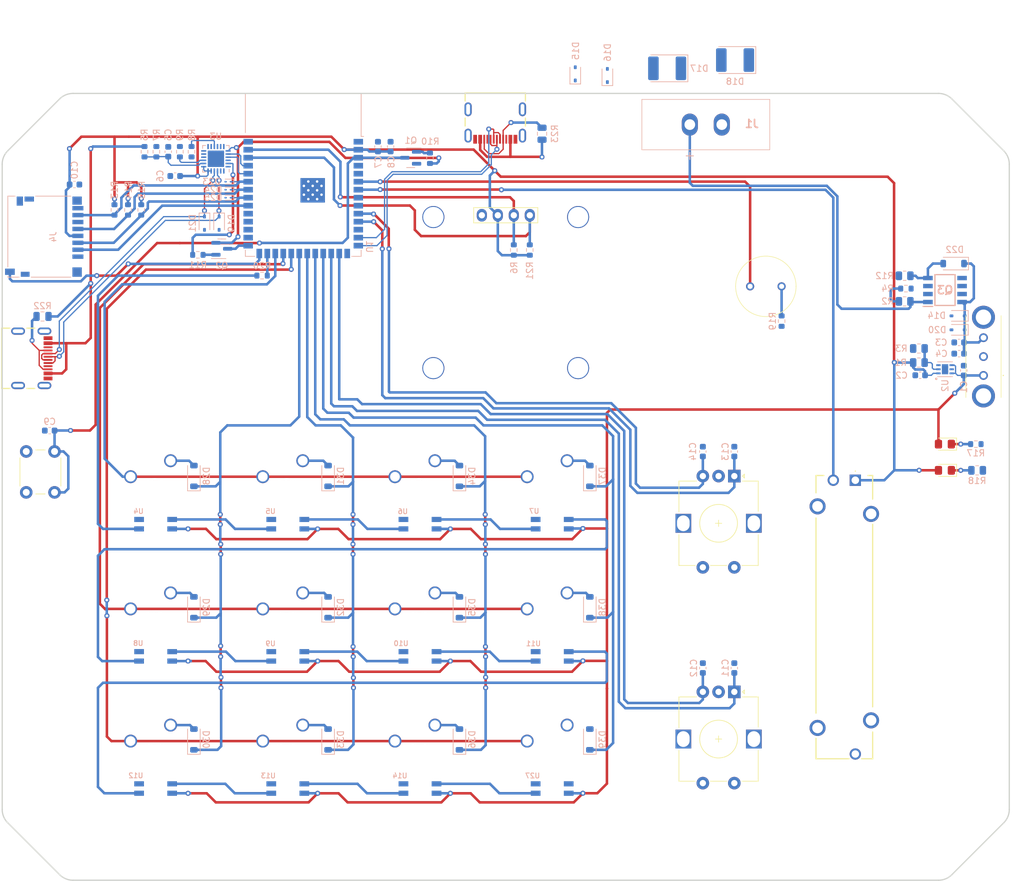
<source format=kicad_pcb>
(kicad_pcb (version 20221018) (generator pcbnew)
  (layers (0 "F.Cu" signal) (31 "B.Cu" signal) (34 "B.Paste" user) (35 "F.Paste" user) (36 "B.SilkS" user "B.Silkscreen") (37 "F.SilkS" user "F.Silkscreen") (38 "B.Mask" user) (39 "F.Mask" user) (44 "Edge.Cuts" user))
  (net 0 "")
  (net 1 "buzzer")
  (net 2 "Net-(B1--)")
  (net 3 "GND")
  (net 4 "+3V3")
  (net 5 "LCD_I2C_SDA")
  (net 6 "LCD_I2C_SCL")
  (net 7 "+5V")
  (net 8 "USB-C_OTG_5V")
  (net 9 "Net-(U3-VBUS)")
  (net 10 "RTS")
  (net 11 "rotary_encoder_1A")
  (net 12 "rotary_encoder_1B")
  (net 13 "rotary_encoder_2A")
  (net 14 "rotary_encoder_2B")
  (net 15 "USB-C_OTG_D+")
  (net 16 "USB-C_OTG_D-")
  (net 17 "Net-(D17-A)")
  (net 18 "USB-C_UART_VBUS")
  (net 19 "USB-C_UART_D+")
  (net 20 "USB-C_UART_D-")
  (net 21 "Net-(D22-A)")
  (net 22 "SD_MISO")
  (net 23 "SD_CLK")
  (net 24 "SD_MOSI")
  (net 25 "Net-(D26-K)")
  (net 26 "Net-(D27-K)")
  (net 27 "col_0")
  (net 28 "Net-(D28-A)")
  (net 29 "Net-(D29-A)")
  (net 30 "Net-(D30-A)")
  (net 31 "col_1")
  (net 32 "Net-(D31-A)")
  (net 33 "Net-(D32-A)")
  (net 34 "Net-(D33-A)")
  (net 35 "col_2")
  (net 36 "Net-(D34-A)")
  (net 37 "Net-(D35-A)")
  (net 38 "Net-(D36-A)")
  (net 39 "col_3")
  (net 40 "Net-(D37-A)")
  (net 41 "Net-(D38-A)")
  (net 42 "Net-(D39-A)")
  (net 43 "Net-(J1-Pin_1)")
  (net 44 "Net-(J2-CC1)")
  (net 47 "Net-(J3-CC1)")
  (net 51 "SD_CS")
  (net 53 "SD_DET")
  (net 54 "Net-(Q1-B)")
  (net 55 "Net-(Q1-E)")
  (net 56 "Net-(Q2-B)")
  (net 57 "Net-(Q2-E)")
  (net 58 "DTR")
  (net 64 "Net-(U2-FB)")
  (net 65 "battery_test")
  (net 66 "Net-(U3-~{SUSPENDb})")
  (net 67 "Net-(U3-~{RSTb})")
  (net 68 "Net-(U4-DIN)")
  (net 69 "LED_strip")
  (net 70 "slide_potentiometer")
  (net 72 "row_0")
  (net 73 "row_1")
  (net 74 "row_2")
  (net 83 "UART_TX")
  (net 84 "UART_RX")
  (net 97 "Net-(U4-DOUT)")
  (net 98 "Net-(U5-DOUT)")
  (net 99 "Net-(U6-DOUT)")
  (net 100 "Net-(U7-DOUT)")
  (net 101 "Net-(U8-DOUT)")
  (net 102 "Net-(U10-DIN)")
  (net 103 "Net-(U10-DOUT)")
  (net 104 "Net-(U11-DOUT)")
  (net 105 "Net-(U12-DOUT)")
  (net 106 "Net-(U13-DOUT)")
  (net 107 "Net-(U14-DOUT)")
  (footprint "PUT_RocketLab_other:MX1A-E1NW cherry mx blue rgb" (layer "F.Cu") (at 111.9166 121.7734)
    (fp_text reference "SW39" hide)
    (fp_text value "Cherry_MX")
  )
  (footprint "PUT_RocketLab_other:MX1A-E1NW cherry mx blue rgb" (layer "F.Cu") (at 69.9166 142.7734)
    (fp_text reference "SW28" hide)
    (fp_text value "Cherry_MX")
  )
  (footprint "PUT_RocketLab_other:MX1A-E1NW cherry mx blue rgb" (layer "F.Cu") (at 132.9166 142.7734)
    (fp_text reference "SW46" hide)
    (fp_text value "Cherry_MX")
  )
  (footprint "PUT_RocketLab_other:EG1206A" (layer "F.Cu") (at 205.4146 84.6864 90)
    (fp_text reference "S1" hide)
    (fp_text value "WS-SLSU_Slide_Switch" hide)
  )
  (footprint "LED_SMD:LED_0805_2012Metric_Pad1.15x1.40mm_HandSolder" (layer "F.Cu") (at 199.285 99.7611 180)
    (fp_text reference "D27" hide)
    (fp_text value "LED" hide)
  )
  (footprint "LED_SMD:LED_0805_2012Metric_Pad1.15x1.40mm_HandSolder" (layer "F.Cu") (at 199.285 95.5922 180)
    (fp_text reference "D26" hide)
    (fp_text value "LED" hide)
  )
  (footprint "Rotary_Encoder:RotaryEncoder_Alps_EC12E-Switch_Vertical_H20mm" (layer "F.Cu") (at 165.828425 134.9529 -90)
    (fp_text reference "SW1" hide)
    (fp_text value "RotaryEncoder")
  )
  (footprint "PUT_RocketLab_other:MX1A-E1NW cherry mx blue rgb" (layer "F.Cu") (at 69.9166 100.7734)
    (fp_text reference "SW26" hide)
    (fp_text value "Cherry_MX")
  )
  (footprint "PUT_RocketLab_other:MX1A-E1NW cherry mx blue rgb" (layer "F.Cu") (at 90.9166 100.7734)
    (fp_text reference "SW32" hide)
    (fp_text value "Cherry_MX")
  )
  (footprint "PUT_RocketLab_other:128x64OLED_V2" (layer "F.Cu") (at 129.5146 71.51875)
    (fp_text reference "Brd1" hide)
    (fp_text value "SSD1306")
  )
  (footprint "PUT_RocketLab_other:MX1A-E1NW cherry mx blue rgb" (layer "F.Cu") (at 111.9166 100.7734)
    (fp_text reference "SW38" hide)
    (fp_text value "Cherry_MX")
  )
  (footprint "Button_Switch_THT:SW_PUSH_6mm" (layer "F.Cu") (at 53.3318 103.2612 90)
    (fp_text reference "SW25" hide)
    (fp_text value "SW_RST" hide)
  )
  (footprint "PUT_RocketLab_other:CMI9605IC0580T" (layer "F.Cu") (at 168.34 70.53)
    (fp_text reference "B1" hide)
    (fp_text value "Passive buzzer" hide)
  )
  (footprint "PUT_RocketLab_other:MX1A-E1NW cherry mx blue rgb" (layer "F.Cu") (at 90.9166 142.7734)
    (fp_text reference "SW34" hide)
    (fp_text value "Cherry_MX")
  )
  (footprint "PUT_RocketLab_other:MX1A-E1NW cherry mx blue rgb" (layer "F.Cu") (at 111.9166 142.7734)
    (fp_text reference "SW40" hide)
    (fp_text value "Cherry_MX")
  )
  (footprint "Rotary_Encoder:RotaryEncoder_Alps_EC12E-Switch_Vertical_H20mm" (layer "F.Cu") (at 165.828425 100.6739 -90)
    (fp_text reference "SW2" hide)
    (fp_text value "RotaryEncoder")
  )
  (footprint "PUT_RocketLab_other:GCT_USB4105-GF-A" (layer "F.Cu") (at 52.0396 81.9624 -90)
    (fp_text reference "J3" hide)
    (fp_text value "USB4105-GF-A" hide)
  )
  (footprint "PUT_RocketLab_other:MX1A-E1NW cherry mx blue rgb" (layer "F.Cu") (at 132.9166 121.7734)
    (fp_text reference "SW45" hide)
    (fp_text value "Cherry_MX")
  )
  (footprint "PUT_RocketLab_other:MX1A-E1NW cherry mx blue rgb" (layer "F.Cu") (at 132.9166 100.7734)
    (fp_text reference "SW44" hide)
    (fp_text value "Cherry_MX")
  )
  (footprint "PUT_RocketLab_other:MX1A-E1NW cherry mx blue rgb" (layer "F.Cu") (at 90.9166 121.7734)
    (fp_text reference "SW33" hide)
    (fp_text value "Cherry_MX")
  )
  (footprint "PUT_RocketLab_other:GCT_USB4105-GF-A" (layer "F.Cu") (at 127.8521 42.403 180)
    (fp_text reference "J2" hide)
    (fp_text value "USB4105-GF-A" hide)
  )
  (footprint "PUT_RocketLab_other:MX1A-E1NW cherry mx blue rgb" (layer "F.Cu") (at 69.9166 121.7734)
    (fp_text reference "SW27" hide)
    (fp_text value "Cherry_MX")
  )
  (footprint "PUT_RocketLab_other:PTA30432010CIB102" (layer "F.Cu") (at 185.0548 101.331709 -90)
    (fp_text reference "RV1" hide)
    (fp_text value "R_Potentiometer_Small" hide)
  )
  (footprint "Resistor_SMD:R_0603_1608Metric" (layer "B.Cu") (at 74.01 49.14 90)
    (fp_text reference "R7")
    (fp_text value "47.5k" hide)
  )
  (footprint "PUT_RocketLab_other:SK6812MINI-E" (layer "B.Cu") (at 115.88985 108.3134)
    (fp_text reference "U6")
    (fp_text value "SK6812MINI-E" hide)
    (fp_line (start -1.75 -1.55) (end 1.75 -1.55) (stroke (width 0.001)) (layer "Edge.Cuts"))
    (fp_line (start -1.75 1.55) (end -1.75 -1.55) (stroke (width 0.001)) (layer "Edge.Cuts"))
    (fp_line (start 1.75 -1.55) (end 1.75 1.55) (stroke (width 0.001)) (layer "Edge.Cuts"))
    (fp_line (start 1.75 1.55) (end -1.75 1.55) (stroke (width 0.001)) (layer "Edge.Cuts"))
  )
  (footprint "PUT_RocketLab_other:SK6812MINI-E" (layer "B.Cu") (at 94.88985 108.3134)
    (fp_text reference "U5")
    (fp_text value "SK6812MINI-E" hide)
    (fp_line (start -1.75 -1.55) (end 1.75 -1.55) (stroke (width 0.001)) (layer "Edge.Cuts"))
    (fp_line (start -1.75 1.55) (end -1.75 -1.55) (stroke (width 0.001)) (layer "Edge.Cuts"))
    (fp_line (start 1.75 -1.55) (end 1.75 1.55) (stroke (width 0.001)) (layer "Edge.Cuts"))
    (fp_line (start 1.75 1.55) (end -1.75 1.55) (stroke (width 0.001)) (layer "Edge.Cuts"))
  )
  (footprint "Package_DFN_QFN:QFN-24-1EP_4x4mm_P0.5mm_EP2.6x2.6mm" (layer "B.Cu") (at 83.47 50.26 90)
    (fp_text reference "U3")
    (fp_text value "CP2102N-A01-GQFN24" hide)
  )
  (footprint "Resistor_SMD:R_0603_1608Metric" (layer "B.Cu") (at 72.12 49.14 -90)
    (fp_text reference "R5")
    (fp_text value "22.1k" hide)
  )
  (footprint "Capacitor_SMD:C_0603_1608Metric" (layer "B.Cu") (at 201.545 79.44 180)
    (fp_text reference "C3")
    (fp_text value "10uF" hide)
  )
  (footprint "Resistor_SMD:R_0805_2012Metric" (layer "B.Cu") (at 192.89 72.915 180)
    (fp_text reference "R2")
    (fp_text value "1M" hide)
  )
  (footprint "Resistor_SMD:R_0603_1608Metric" (layer "B.Cu") (at 79.595 49.14 -90)
    (fp_text reference "R8")
    (fp_text value "10k" hide)
  )
  (footprint "Resistor_SMD:R_0603_1608Metric" (layer "B.Cu") (at 71.6 58.3864 -90)
    (fp_text reference "R15")
    (fp_text value "10k" hide)
  )
  (footprint "Resistor_SMD:R_0603_1608Metric" (layer "B.Cu") (at 130.7946 64.7565 90)
    (fp_text reference "R6")
    (fp_text value "4k7" hide)
  )
  (footprint "PUT_RocketLab_other:SOIC127P600X175-8N" (layer "B.Cu") (at 199.3 71.115)
    (fp_text reference "Q3")
    (fp_text value "IRF9393TRPBF" hide)
  )
  (footprint "Package_TO_SOT_SMD:SOT-23" (layer "B.Cu") (at 114.4125 50.1 180)
    (fp_text reference "Q1")
    (fp_text value "BC817" hide)
  )
  (footprint "Diode_SMD:D_SOD-323" (layer "B.Cu") (at 140.56 36.77 90)
    (fp_text reference "D15")
    (fp_text value "SD15_SOD323" hide)
  )
  (footprint "PUT_RocketLab_other:XY2500R-DS(5.08)-02V" (layer "B.Cu") (at 161.2994 44.831)
    (fp_text reference "J1")
    (fp_text value "Screw_Terminal_01x02" hide)
  )
  (footprint "Capacitor_SMD:C_0603_1608Metric" (layer "B.Cu") (at 61 54.35)
    (fp_text reference "C10")
    (fp_text value "10uF" hide)
  )
  (footprint "Resistor_SMD:R_0603_1608Metric" (layer "B.Cu") (at 77.745 49.14 90)
    (fp_text reference "R9")
    (fp_text value "1k" hide)
  )
  (footprint "Capacitor_SMD:C_0603_1608Metric" (layer "B.Cu") (at 76.995 53 180)
    (fp_text reference "C6")
    (fp_text value "10uF" hide)
  )
  (footprint "Resistor_SMD:R_0603_1608Metric" (layer "B.Cu") (at 80.6 65.525 180)
    (fp_text reference "R11")
    (fp_text value "10k" hide)
  )
  (footprint "PUT_RocketLab_other:SK6812MINI-E" (layer "B.Cu") (at 94.88985 129.3134)
    (fp_text reference "U9")
    (fp_text value "SK6812MINI-E" hide)
    (fp_line (start -1.75 -1.55) (end 1.75 -1.55) (stroke (width 0.001)) (layer "Edge.Cuts"))
    (fp_line (start -1.75 1.55) (end -1.75 -1.55) (stroke (width 0.001)) (layer "Edge.Cuts"))
    (fp_line (start 1.75 -1.55) (end 1.75 1.55) (stroke (width 0.001)) (layer "Edge.Cuts"))
    (fp_line (start 1.75 1.55) (end -1.75 1.55) (stroke (width 0.001)) (layer "Edge.Cuts"))
  )
  (footprint "PUT_RocketLab_other:SK6812MINI-E" (layer "B.Cu") (at 73.88985 150.3134)
    (fp_text reference "U12")
    (fp_text value "SK6812MINI-E" hide)
    (fp_line (start -1.75 -1.55) (end 1.75 -1.55) (stroke (width 0.001)) (layer "Edge.Cuts"))
    (fp_line (start -1.75 1.55) (end -1.75 -1.55) (stroke (width 0.001)) (layer "Edge.Cuts"))
    (fp_line (start 1.75 -1.55) (end 1.75 1.55) (stroke (width 0.001)) (layer "Edge.Cuts"))
    (fp_line (start 1.75 1.55) (end -1.75 1.55) (stroke (width 0.001)) (layer "Edge.Cuts"))
  )
  (footprint "Diode_SMD:D_SOD-123" (layer "B.Cu") (at 101.28915 100.65 90)
    (fp_text reference "D31")
    (fp_text value "D_Small" hide)
  )
  (footprint "PUT_RocketLab_other:SK6812MINI-E" (layer "B.Cu") (at 136.88985 150.3134)
    (fp_text reference "U27")
    (fp_text value "SK6812MINI-E" hide)
    (fp_line (start -1.75 -1.55) (end 1.75 -1.55) (stroke (width 0.001)) (layer "Edge.Cuts"))
    (fp_line (start -1.75 1.55) (end -1.75 -1.55) (stroke (width 0.001)) (layer "Edge.Cuts"))
    (fp_line (start 1.75 -1.55) (end 1.75 1.55) (stroke (width 0.001)) (layer "Edge.Cuts"))
    (fp_line (start 1.75 1.55) (end -1.75 1.55) (stroke (width 0.001)) (layer "Edge.Cuts"))
  )
  (footprint "Diode_SMD:D_SOD-923" (layer "B.Cu") (at 85.43 53.9004 180)
    (fp_text reference "D23")
    (fp_text value "ESD9B3.3ST5G" hide)
  )
  (footprint "Diode_SMD:D_SOD-123" (layer "B.Cu") (at 79.97175 100.65 90)
    (fp_text reference "D28")
    (fp_text value "D_Small" hide)
  )
  (footprint "Resistor_SMD:R_0603_1608Metric" (layer "B.Cu") (at 67.35 58.3864 -90)
    (fp_text reference "R13")
    (fp_text value "10k" hide)
  )
  (footprint "Diode_SMD:D_SOD-923" (layer "B.Cu") (at 85.43 55.1704 180)
    (fp_text reference "D24")
    (fp_text value "ESD9B3.3ST5G" hide)
  )
  (footprint "Diode_SMD:D_SOD-123" (layer "B.Cu") (at 79.97175 121.5131 90)
    (fp_text reference "D29")
    (fp_text value "D_Small" hide)
  )
  (footprint "PUT_RocketLab_other:SK6812MINI-E" (layer "B.Cu") (at 115.88985 129.3134)
    (fp_text reference "U10")
    (fp_text value "SK6812MINI-E" hide)
    (fp_line (start -1.75 -1.55) (end 1.75 -1.55) (stroke (width 0.001)) (layer "Edge.Cuts"))
    (fp_line (start -1.75 1.55) (end -1.75 -1.55) (stroke (width 0.001)) (layer "Edge.Cuts"))
    (fp_line (start 1.75 -1.55) (end 1.75 1.55) (stroke (width 0.001)) (layer "Edge.Cuts"))
    (fp_line (start 1.75 1.55) (end -1.75 1.55) (stroke (width 0.001)) (layer "Edge.Cuts"))
  )
  (footprint "PUT_RocketLab_other:SK6812MINI-E" (layer "B.Cu") (at 94.88985 150.3134)
    (fp_text reference "U13")
    (fp_text value "SK6812MINI-E" hide)
    (fp_line (start -1.75 -1.55) (end 1.75 -1.55) (stroke (width 0.001)) (layer "Edge.Cuts"))
    (fp_line (start -1.75 1.55) (end -1.75 -1.55) (stroke (width 0.001)) (layer "Edge.Cuts"))
    (fp_line (start 1.75 -1.55) (end 1.75 1.55) (stroke (width 0.001)) (layer "Edge.Cuts"))
    (fp_line (start 1.75 1.55) (end -1.75 1.55) (stroke (width 0.001)) (layer "Edge.Cuts"))
  )
  (footprint "Diode_SMD:D_SOD-323" (layer "B.Cu") (at 201.38 75.22 180)
    (fp_text reference "D14")
    (fp_text value "SD15_SOD323" hide)
  )
  (footprint "Capacitor_SMD:C_0603_1608Metric" (layer "B.Cu") (at 201.545 81.22 180)
    (fp_text reference "C4")
    (fp_text value "10uF" hide)
  )
  (footprint "Diode_SMD:D_SOD-123" (layer "B.Cu") (at 101.28915 121.5131 90)
    (fp_text reference "D32")
    (fp_text value "D_Small" hide)
  )
  (footprint "Resistor_SMD:R_0805_2012Metric" (layer "B.Cu") (at 192.89 68.85 180)
    (fp_text reference "R12")
    (fp_text value "100k" hide)
  )
  (footprint "Resistor_SMD:R_0805_2012Metric" (layer "B.Cu") (at 204.4033 99.7611)
    (fp_text reference "R18")
    (fp_text value "680" hide)
  )
  (footprint "Capacitor_SMD:C_0603_1608Metric" (layer "B.Cu") (at 160.828425 131.1663 90)
    (fp_text reference "C12")
    (fp_text value "1uF" hide)
  )
  (footprint "Capacitor_SMD:C_0603_1608Metric" (layer "B.Cu") (at 195.3547 84.655 180)
    (fp_text reference "C2")
    (fp_text value "1uF" hide)
  )
  (footprint "Diode_SMD:D_SOD-123" (layer "B.Cu") (at 79.97175 142.5131 90)
    (fp_text reference "D30")
    (fp_text value "D_Small" hide)
  )
  (footprint "Capacitor_SMD:C_0805_2012Metric" (layer "B.Cu") (at 135.28 46.283 90)
    (fp_text reference "R23")
    (fp_text value "56k" hide)
  )
  (footprint "Diode_SMD:D_SOD-123" (layer "B.Cu") (at 142.87555 100.65 90)
    (fp_text reference "D37")
    (fp_text value "D_Small" hide)
  )
  (footprint "RF_Module:ESP32-S3-WROOM-1" (layer "B.Cu") (at 97.3444 52.8104 180)
    (fp_text reference "U1")
    (fp_text value "ESP32-S3-WROOM-1")
  )
  (footprint "Diode_SMD:D_2114_3652Metric" (layer "B.Cu") (at 155.16 35.89 180)
    (fp_text reference "D17")
    (fp_text value "D_Schottky" hide)
  )
  (footprint "Resistor_SMD:R_0603_1608Metric" (layer "B.Cu") (at 90.8044 68.82)
    (fp_text reference "R20")
    (fp_text value "220" hide)
  )
  (footprint "Capacitor_SMD:C_0603_1608Metric" (layer "B.Cu") (at 160.828425 96.7753 90)
    (fp_text reference "C14")
    (fp_text value "1uF" hide)
  )
  (footprint "Diode_SMD:D_SOD-123" (layer "B.Cu") (at 101.28915 142.5131 90)
    (fp_text reference "D33")
    (fp_text value "D_Small" hide)
  )
  (footprint "Diode_SMD:D_SOD-923" (layer "B.Cu") (at 85.43 56.4404 180)
    (fp_text reference "D25")
    (fp_text value "ESD9B3.3ST5G" hide)
  )
  (footprint "Package_TO_SOT_SMD:SOT-23" (layer "B.Cu") (at 84.405 64.5604)
    (fp_text reference "Q2")
    (fp_text value "BC817" hide)
  )
  (footprint "Diode_SMD:D_SOD-123" (layer "B.Cu") (at 142.87555 142.5131 90)
    (fp_text reference "D39")
    (fp_text value "D_Small" hide)
  )
  (footprint "Connector_Card:microSD_HC_Hirose_DM3D-SF" (layer "B.Cu") (at 56.1896 62.6364 -90)
    (fp_text reference "J4")
    (fp_text value "Micro_SD_Card_Det_Hirose_DM3AT" hide)
  )
  (footprint "Capacitor_SMD:C_0603_1608Metric" (layer "B.Cu") (at 75.895 49.14 90)
    (fp_text reference "C5")
    (fp_text value "1uF" hide)
  )
  (footprint "PUT_RocketLab_other:SK6812MINI-E" (layer "B.Cu") (at 136.88985 108.3134)
    (fp_text reference "U7")
    (fp_text value "SK6812MINI-E" hide)
    (fp_line (start -1.75 -1.55) (end 1.75 -1.55) (stroke (width 0.001)) (layer "Edge.Cuts"))
    (fp_line (start -1.75 1.55) (end -1.75 -1.55) (stroke (width 0.001)) (layer "Edge.Cuts"))
    (fp_line (start 1.75 -1.55) (end 1.75 1.55) (stroke (width 0.001)) (layer "Edge.Cuts"))
    (fp_line (start 1.75 1.55) (end -1.75 1.55) (stroke (width 0.001)) (layer "Edge.Cuts"))
  )
  (footprint "Resistor_SMD:R_0603_1608Metric" (layer "B.Cu") (at 193.09 70.8825)
    (fp_text reference "R4")
    (fp_text value "249k" hide)
  )
  (footprint "Diode_SMD:D_SOD-123" (layer "B.Cu") (at 122.16 121.5131 90)
    (fp_text reference "D35")
    (fp_text value "D_Small" hide)
  )
  (footprint "Capacitor_SMD:C_0603_1608Metric" (layer "B.Cu") (at 165.828425 131.1663 -90)
    (fp_text reference "C11")
    (fp_text value "1uF" hide)
  )
  (footprint "Capacitor_SMD:C_0805_2012Metric" (layer "B.Cu") (at 55.9196 75.31 180)
    (fp_text reference "R22")
    (fp_text value "56k" hide)
  )
  (footprint "Resistor_SMD:R_0805_2012Metric" (layer "B.Cu") (at 195.1547 82.6393)
    (fp_text reference "R1")
    (fp_text value "100k" hide)
  )
  (footprint "Diode_SMD:D_2114_3652Metric" (layer "B.Cu") (at 165.95 34.58 180)
    (fp_text reference "D18")
    (fp_text value "D_Schottky" hide)
  )
  (footprint "Diode_SMD:D_SOD-123" (layer "B.Cu") (at 122.16 100.65 90)
    (fp_text reference "D34")
    (fp_text value "D_Small" hide)
  )
  (footprint "Capacitor_SMD:C_0603_1608Metric" (layer "B.Cu") (at 202.29 83.905 90)
    (fp_text reference "C1")
    (fp_text value "1uF" hide)
  )
  (footprint "Resistor_SMD:R_0805_2012Metric" (layer "B.Cu") (at 195.1547 80.4036 180)
    (fp_text reference "R3")
    (fp_text value "20k" hide)
  )
  (footprint "Diode_SMD:D_SOD-123" (layer "B.Cu") (at 122.16 142.5131 90)
    (fp_text reference "D36")
    (fp_text value "D_Small" hide)
  )
  (footprint "Resistor_SMD:R_0603_1608Metric" (layer "B.Cu") (at 173.34 76.0522 -90)
    (fp_text reference "R19")
    (fp_text value "200" hide)
  )
  (footprint "PUT_RocketLab_IC:TLV75901PDRVT" (layer "B.Cu") (at 199.3088 83.699)
    (fp_text reference "U2")
    (fp_text value "TLV75901PDRVT" hide)
  )
  (footprint "Diode_SMD:D_SOD-323" (layer "B.Cu") (at 201.38 77.44 180)
    (fp_text reference "D20")
    (fp_text value "SD15_SOD323" hide)
  )
  (footprint "Resistor_SMD:R_0603_1608Metric" (layer "B.Cu") (at 117.475 50.175 -90)
    (fp_text reference "R10")
    (fp_text value "10k" hide)
  )
  (footprint "Diode_SMD:D_SOD-323" (layer "B.Cu") (at 145.66 37.03 90)
    (fp_text reference "D16")
    (fp_text value "SD15_SOD323" hide)
  )
  (footprint "Capacitor_SMD:C_0603_1608Metric" (layer "B.Cu") (at 111.2172 48.3254 90)
    (fp_text reference "C8")
    (fp_text value "0.1uF" hide)
  )
  (footprint "Capacitor_SMD:C_0603_1608Metric" (layer "B.Cu") (at 165.828425 96.7753 -90)
    (fp_text reference "C13")
    (fp_text value "1uF" hide)
  )
  (footprint "PUT_RocketLab_other:SK6812MINI-E" (layer "B.Cu") (at 115.88985 150.3134)
    (fp_text reference "U14")
    (fp_text value "SK6812MINI-E" hide)
    (fp_line (start -1.75 -1.55) (end 1.75 -1.55) (stroke (width 0.001)) (layer "Edge.Cuts"))
    (fp_line (start -1.75 1.55) (end -1.75 -1.55) (stroke (width 0.001)) (layer "Edge.Cuts"))
    (fp_line (start 1.75 -1.55) (end 1.75 1.55) (stroke (width 0.001)) (layer "Edge.Cuts"))
    (fp_line (start 1.75 1.55) (end -1.75 1.55) (stroke (width 0.001)) (layer "Edge.Cuts"))
  )
  (footprint "Resistor_SMD:R_0603_1608Metric" (layer "B.Cu") (at 133.3346 64.7565 90)
    (fp_text reference "R21")
    (fp_text value "4k7" hide)
  )
  (footprint "Capacitor_SMD:C_0603_1608Metric" (layer "B.Cu") (at 109.2106 48.3254 90)
    (fp_text reference "C7")
    (fp_text value "10uF" hide)
  )
  (footprint "Capacitor_SMD:C_0603_1608Metric" (layer "B.Cu") (at 57.0568 93.4454 180)
    (fp_text reference "C9")
    (fp_text value "1uF" hide)
  )
  (footprint "Diode_SMD:D_SOD-123" (layer "B.Cu") (at 142.87555 121.5131 90)
    (fp_text reference "D38")
    (fp_text value "D_Small" hide)
  )
  (footprint "Diode_SMD:D_SOD-323" (layer "B.Cu") (at 81.65 60.5 -90)
    (fp_text reference "D21")
    (fp_text value "SD15_SOD323" hide)
  )
  (footprint "Diode_SMD:D_SOD-123" (layer "B.Cu") (at 200.67 66.91 180)
    (fp_text reference "D22")
    (fp_text value "D_Small" hide)
  )
  (footprint "Resistor_SMD:R_0603_1608Metric" (layer "B.Cu") (at 69.5 58.3864 -90)
    (fp_text reference "R14")
    (fp_text value "10k" hide)
  )
  (footprint "PUT_RocketLab_other:SK6812MINI-E" (layer "B.Cu") (at 73.88985 129.3134)
    (fp_text reference "U8")
    (fp_text value "SK6812MINI-E" hide)
    (fp_line (start -1.75 -1.55) (end 1.75 -1.55) (stroke (width 0.001)) (layer "Edge.Cuts"))
    (fp_line (start -1.75 1.55) (end -1.75 -1.55) (stroke (width 0.001)) (layer "Edge.Cuts"))
    (fp_line (start 1.75 -1.55) (end 1.75 1.55) (stroke (width 0.001)) (layer "Edge.Cuts"))
    (fp_line (start 1.75 1.55) (end -1.75 1.55) (stroke (width 0.001)) (layer "Edge.Cuts"))
  )
  (footprint "PUT_RocketLab_other:SK6812MINI-E" (layer "B.Cu") (at 136.88985 129.3134)
    (fp_text reference "U11")
    (fp_text value "SK6812MINI-E" hide)
    (fp_line (start -1.75 -1.55) (end 1.75 -1.55) (stroke (width 0.001)) (layer "Edge.Cuts"))
    (fp_line (start -1.75 1.55) (end -1.75 -1.55) (stroke (width 0.001)) (layer "Edge.Cuts"))
    (fp_line (start 1.75 -1.55) (end 1.75 1.55) (stroke (width 0.001)) (layer "Edge.Cuts"))
    (fp_line (start 1.75 1.55) (end -1.75 1.55) (stroke (width 0.001)) (layer "Edge.Cuts"))
  )
  (footprint "Diode_SMD:D_SOD-323" (layer "B.Cu") (at 83.975 60.5 -90)
    (fp_text reference "D19")
    (fp_text value "SD15_SOD323" hide)
  )
  (footprint "Resistor_SMD:R_0603_1608Metric" (layer "B.Cu") (at 204.2033 95.5922)
    (fp_text reference "R17")
    (fp_text value "1k" hide)
  )
  (footprint "PUT_RocketLab_other:SK6812MINI-E" (layer "B.Cu") (at 73.88985 108.3134)
    (fp_text reference "U4")
    (fp_text value "SK6812MINI-E" hide)
    (fp_line (start -1.75 -1.55) (end 1.75 -1.55) (stroke (width 0.001)) (layer "Edge.Cuts"))
    (fp_line (start -1.75 1.55) (end -1.75 -1.55) (stroke (width 0.001)) (layer "Edge.Cuts"))
    (fp_line (start 1.75 -1.55) (end 1.75 1.55) (stroke (width 0.001)) (layer "Edge.Cuts"))
    (fp_line (start 1.75 1.55) (end -1.75 1.55) (stroke (width 0.001)) (layer "Edge.Cuts"))
  )
  (gr_arc locked (start 60.757241 164.878) (mid 59.609182 164.649652) (end 58.63592 163.99932) (stroke (width 0.2)) (layer "Edge.Cuts"))
  (gr_line locked (start 209.5146 153.635359) (end 209.5146 51.120641) (stroke (width 0.2)) (layer "Edge.Cuts"))
  (gr_line locked (start 208.63592 48.99932) (end 200.39328 40.75668) (stroke (width 0.2)) (layer "Edge.Cuts"))
  (gr_arc locked (start 198.271959 39.878) (mid 199.42001 40.106361) (end 200.39328 40.75668) (stroke (width 0.2)) (layer "Edge.Cuts"))
  (gr_arc locked (start 50.39328 155.75668) (mid 49.742975 154.783407) (end 49.5146 153.635359) (stroke (width 0.2)) (layer "Edge.Cuts"))
  (gr_line locked (start 58.63592 40.75668) (end 50.39328 48.99932) (stroke (width 0.2)) (layer "Edge.Cuts"))
  (gr_arc locked (start 49.5146 51.120641) (mid 49.742961 49.97259) (end 50.39328 48.99932) (stroke (width 0.2)) (layer "Edge.Cuts"))
  (gr_arc locked (start 209.5146 153.635359) (mid 209.286252 154.783418) (end 208.63592 155.75668) (stroke (width 0.2)) (layer "Edge.Cuts"))
  (gr_line locked (start 198.271959 39.878) (end 60.757241 39.878) (stroke (width 0.2)) (layer "Edge.Cuts"))
  (gr_line locked (start 60.757241 164.878) (end 198.271959 164.878) (stroke (width 0.2)) (layer "Edge.Cuts"))
  (gr_line locked (start 50.39328 155.75668) (end 58.63592 163.99932) (stroke (width 0.2)) (layer "Edge.Cuts"))
  (gr_line locked (start 49.5146 51.120641) (end 49.5146 153.635359) (stroke (width 0.2)) (layer "Edge.Cuts"))
  (gr_line locked (start 200.39328 163.99932) (end 208.63592 155.75668) (stroke (width 0.2)) (layer "Edge.Cuts"))
  (gr_arc locked (start 208.63592 48.99932) (mid 209.286239 49.97259) (end 209.5146 51.120641) (stroke (width 0.2)) (layer "Edge.Cuts"))
  (gr_arc locked (start 200.39328 163.99932) (mid 199.420007 164.649625) (end 198.271959 164.878) (stroke (width 0.2)) (layer "Edge.Cuts"))
  (gr_arc locked (start 58.63592 40.75668) (mid 59.60919 40.106361) (end 60.757241 39.878) (stroke (width 0.2)) (layer "Edge.Cuts"))
  (segment (start 109.5605 53.910445) (end 109.580945 53.89) (width 0.4) (layer "F.Cu") (net 1))
  (segment (start 167.54 53.89) (end 168.34 54.69) (width 0.4) (layer "F.Cu") (net 1))
  (segment (start 109.580945 53.89) (end 167.54 53.89) (width 0.4) (layer "F.Cu") (net 1))
  (segment (start 168.34 54.69) (end 168.34 70.53) (width 0.4) (layer "F.Cu") (net 1))
  (via (at 109.5605 53.910445) (size 0.8) (drill 0.4) (layers "F.Cu" "B.Cu") (net 1))
  (segment (start 109.5605 53.910445) (end 109.550455 53.9004) (width 0.4) (layer "B.Cu") (net 1))
  (segment (start 109.550455 53.9004) (end 106.0944 53.9004) (width 0.4) (layer "B.Cu") (net 1))
  (segment (start 173.34 70.53) (end 173.34 75.2272) (width 0.4) (layer "B.Cu") (net 2))
  (segment (start 101.8 46.75) (end 80.84 46.75) (width 0.4) (layer "F.Cu") (net 4))
  (segment (start 80.59 46.75) (end 69.64 46.75) (width 0.4) (layer "F.Cu") (net 4))
  (segment (start 70.88 54.01) (end 71.61 54.74) (width 0.4) (layer "F.Cu") (net 4))
  (segment (start 71.61 54.74) (end 71.61 56.5995) (width 0.4) (layer "F.Cu") (net 4))
  (segment (start 191.21 82.57) (end 191.21 54.13) (width 0.4) (layer "F.Cu") (net 4))
  (segment (start 62.1 46.75) (end 60.2 48.65) (width 0.4) (layer "F.Cu") (net 4))
  (segment (start 67.36 54.08) (end 67.36 46.76) (width 0.4) (layer "F.Cu") (net 4))
  (segment (start 80.84 46.75) (end 80.59 46.75) (width 0.4) (layer "F.Cu") (net 4))
  (segment (start 69.67 54.01) (end 67.43 54.01) (width 0.4) (layer "F.Cu") (net 4))
  (segment (start 69.64 46.75) (end 67.37 46.75) (width 0.4) (layer "F.Cu") (net 4))
  (segment (start 80.565 53) (end 80.565 46.775) (width 0.4) (layer "F.Cu") (net 4))
  (segment (start 128.72 53.11) (end 127.765 52.155) (width 0.4) (layer "F.Cu") (net 4))
  (segment (start 67.36 56.65) (end 67.36 54.08) (width 0.4) (layer "F.Cu") (net 4))
  (segment (start 80.565 46.775) (end 80.59 46.75) (width 0.4) (layer "F.Cu") (net 4))
  (segment (start 67.36 46.76) (end 67.37 46.75) (width 0.4) (layer "F.Cu") (net 4))
  (segment (start 191.25 82.61) (end 191.21 82.57) (width 0.4) (layer "F.Cu") (net 4))
  (segment (start 124.41 48.8) (end 103.85 48.8) (width 0.4) (layer "F.Cu") (net 4))
  (segment (start 67.37 46.75) (end 62.1 46.75) (width 0.4) (layer "F.Cu") (net 4))
  (segment (start 198.2489 99.75) (end 198.26 99.7611) (width 0.4) (layer "F.Cu") (net 4))
  (segment (start 69.67 54.01) (end 70.88 54.01) (width 0.4) (layer "F.Cu") (net 4))
  (segment (start 127.765 52.155) (end 124.41 48.8) (width 0.4) (layer "F.Cu") (net 4))
  (segment (start 69.51 56.59) (end 69.51 54.17) (width 0.4) (layer "F.Cu") (net 4))
  (segment (start 191.21 54.13) (end 190.19 53.11) (width 0.4) (layer "F.Cu") (net 4))
  (segment (start 69.51 54.17) (end 69.67 54.01) (width 0.4) (layer "F.Cu") (net 4))
  (segment (start 69.63 46.76) (end 69.64 46.75) (width 0.4) (layer "F.Cu") (net 4))
  (segment (start 67.43 54.01) (end 67.36 54.08) (width 0.4) (layer "F.Cu") (net 4))
  (segment (start 195.19 99.75) (end 198.2489 99.75) (width 0.4) (layer "F.Cu") (net 4))
  (segment (start 190.19 53.11) (end 128.72 53.11) (width 0.4) (layer "F.Cu") (net 4))
  (segment (start 103.85 48.8) (end 101.8 46.75) (width 0.4) (layer "F.Cu") (net 4))
  (via (at 191.25 82.61) (size 0.8) (drill 0.4) (layers "F.Cu" "B.Cu") (net 4))
  (via (at 60.2 48.65) (size 0.8) (drill 0.4) (layers "F.Cu" "B.Cu") (net 4))
  (via (at 71.61 56.5995) (size 0.8) (drill 0.4) (layers "F.Cu" "B.Cu") (net 4))
  (via (at 103.85 48.8) (size 0.8) (drill 0.4) (layers "F.Cu" "B.Cu") (net 4))
  (via (at 195.19 99.75) (size 0.8) (drill 0.4) (layers "F.Cu" "B.Cu") (net 4))
  (via (at 127.765 52.155) (size 0.8) (drill 0.4) (layers "F.Cu" "B.Cu") (net 4))
  (via (at 69.51 56.59) (size 0.8) (drill 0.4) (layers "F.Cu" "B.Cu") (net 4))
  (via (at 67.36 56.65) (size 0.8) (drill 0.4) (layers "F.Cu" "B.Cu") (net 4))
  (via (at 80.565 53) (size 0.8) (drill 0.4) (layers "F.Cu" "B.Cu") (net 4))
  (segment (start 59.65 55.3) (end 59.65 61.95) (width 0.4) (layer "B.Cu") (net 4))
  (segment (start 71.6 57.5614) (end 71.6 56.6095) (width 0.4) (layer "B.Cu") (net 4))
  (segment (start 81.5325 51.51) (end 81.5325 52.0075) (width 0.2) (layer "B.Cu") (net 4))
  (segment (start 59.65 61.95) (end 60.2114 62.5114) (width 0.4) (layer "B.Cu") (net 4))
  (segment (start 128.2546 64.9246) (end 128.2546 59.234) (width 0.4) (layer "B.Cu") (net 4))
  (segment (start 106.0944 48.8204) (end 107.5704 48.8204) (width 0.4) (layer "B.Cu") (net 4))
  (segment (start 60.2114 62.5114) (end 61.5396 62.5114) (width 0.4) (layer "B.Cu") (net 4))
  (segment (start 198.2588 84.348999) (end 197.435601 84.348999) (width 0.2) (layer "B.Cu") (net 4))
  (segment (start 80.565 53) (end 77.77 53) (width 0.4) (layer "B.Cu") (net 4))
  (segment (start 107.5704 48.8204) (end 107.8504 49.1004) (width 0.4) (layer "B.Cu") (net 4))
  (segment (start 60.225 54.35) (end 60.225 54.725) (width 0.4) (layer "B.Cu") (net 4))
  (segment (start 195.8567 83.7393) (end 196.1297 84.0123) (width 0.4) (layer "B.Cu") (net 4))
  (segment (start 185.0548 101.331709) (end 189.658291 101.331709) (width 0.4) (layer "B.Cu") (net 4))
  (segment (start 67.35 56.66) (end 67.36 56.65) (width 0.4) (layer "B.Cu") (net 4))
  (segment (start 195.19 99.75) (end 191.24 99.75) (width 0.4) (layer "B.Cu") (net 4))
  (segment (start 185.103091 101.38) (end 185.0548 101.331709) (width 0.4) (layer "B.Cu") (net 4))
  (segment (start 197.435601 84.348999) (end 197.1296 84.655) (width 0.2) (layer "B.Cu") (net 4))
  (segment (start 194.2422 82.6393) (end 191.2793 82.6393) (width 0.4) (layer "B.Cu") (net 4))
  (segment (start 82.72 52.1975) (end 82.7375 52.1975) (width 0.2) (layer "B.Cu") (net 4))
  (segment (start 81.5325 52.0075) (end 81.7225 52.1975) (width 0.2) (layer "B.Cu") (net 4))
  (segment (start 60.225 54.725) (end 59.65 55.3) (width 0.4) (layer "B.Cu") (net 4))
  (segment (start 126.99 57.9694) (end 128.2546 59.234) (width 0.4) (layer "B.Cu") (net 4))
  (segment (start 126.99 52.93) (end 126.99 57.9694) (width 0.4) (layer "B.Cu") (net 4))
  (segment (start 197.1296 84.655) (end 196.1297 84.655) (width 0.2) (layer "B.Cu") (net 4))
  (segment (start 194.2422 83.4148) (end 194.5667 83.7393) (width 0.4) (layer "B.Cu") (net 4))
  (segment (start 67.35 57.5614) (end 67.35 56.66) (width 0.4) (layer "B.Cu") (net 4))
  (segment (start 81.995 53.04) (end 80.605 53.04) (width 0.2) (layer "B.Cu") (net 4))
  (segment (start 82.22 52.1975) (end 82.22 52.815) (width 0.2) (layer "B.Cu") (net 4))
  (segment (start 196.1297 84.0123) (end 196.1297 84.655) (width 0.4) (layer "B.Cu") (net 4))
  (segment (start 60.225 48.675) (end 60.225 54.35) (width 0.4) (layer "B.Cu") (net 4))
  (segment (start 82.7375 52.1975) (end 82.22 52.1975) (width 0.2) (layer "B.Cu") (net 4))
  (segment (start 191.25 82.61) (end 191.24 82.62) (width 0.4) (layer "B.Cu") (net 4))
  (segment (start 81.7225 52.1975) (end 82.22 52.1975) (width 0.2) (layer "B.Cu") (net 4))
  (segment (start 69.5 57.5614) (end 69.5 56.6) (width 0.4) (layer "B.Cu") (net 4))
  (segment (start 109.2106 49.1004) (end 111.2172 49.1004) (width 0.4) (layer "B.Cu") (net 4))
  (segment (start 60.2 48.65) (end 60.225 48.675) (width 0.4) (layer "B.Cu") (net 4))
  (segment (start 128.9115 65.5815) (end 128.2546 64.9246) (width 0.4) (layer "B.Cu") (net 4))
  (segment (start 189.658291 101.331709) (end 191.24 99.75) (width 0.4) (layer "B.Cu") (net 4))
  (segment (start 130.7946 65.5815) (end 128.9115 65.5815) (width 0.4) (layer "B.Cu") (net 4))
  (segment (start 133.3346 65.5815) (end 130.7946 65.5815) (width 0.4) (layer "B.Cu") (net 4))
  (segment (start 194.5667 83.7393) (end 195.8567 83.7393) (width 0.4) (layer "B.Cu") (net 4))
  (segment (start 191.24 82.62) (end 191.24 99.75) (width 0.4) (layer "B.Cu") (net 4))
  (segment (start 69.5 56.6) (end 69.51 56.59) (width 0.4) (layer "B.Cu") (net 4))
  (segment (start 191.2793 82.6393) (end 191.25 82.61) (width 0.4) (layer "B.Cu") (net 4))
  (segment (start 194.2422 82.6393) (end 194.2422 83.4148) (width 0.4) (layer "B.Cu") (net 4))
  (segment (start 107.8504 49.1004) (end 109.2106 49.1004) (width 0.4) (layer "B.Cu") (net 4))
  (segment (start 82.7375 52.1975) (end 82.745 52.19) (width 0.2) (layer "B.Cu") (net 4))
  (segment (start 71.6 56.6095) (end 71.61 56.5995) (width 0.4) (layer "B.Cu") (net 4))
  (segment (start 106.0944 48.8204) (end 103.8704 48.8204) (width 0.4) (layer "B.Cu") (net 4))
  (segment (start 80.605 53.04) (end 80.565 53) (width 0.2) (layer "B.Cu") (net 4))
  (segment (start 82.22 52.815) (end 81.995 53.04) (width 0.2) (layer "B.Cu") (net 4))
  (segment (start 127.765 52.155) (end 126.99 52.93) (width 0.4) (layer "B.Cu") (net 4))
  (segment (start 103.8704 48.8204) (end 103.85 48.8) (width 0.4) (layer "B.Cu") (net 4))
  (segment (start 103.23 56.32) (end 103.28 56.37) (width 0.4) (layer "F.Cu") (net 5))
  (segment (start 130.19 56.37) (end 130.7946 56.9746) (width 0.4) (layer "F.Cu") (net 5))
  (segment (start 130.7946 56.9746) (end 130.7946 59.234) (width 0.4) (layer "F.Cu") (net 5))
  (segment (start 103.28 56.37) (end 130.19 56.37) (width 0.4) (layer "F.Cu") (net 5))
  (via (at 103.23 56.32) (size 0.8) (drill 0.4) (layers "F.Cu" "B.Cu") (net 5))
  (segment (start 130.7946 63.9315) (end 130.7946 59.234) (width 0.4) (layer "B.Cu") (net 5))
  (segment (start 101.3404 48.8204) (end 88.5944 48.8204) (width 0.4) (layer "B.Cu") (net 5))
  (segment (start 103.25 56.3) (end 103.25 50.73) (width 0.4) (layer "B.Cu") (net 5))
  (segment (start 103.23 56.32) (end 103.25 56.3) (width 0.4) (layer "B.Cu") (net 5))
  (segment (start 103.25 50.73) (end 101.3404 48.8204) (width 0.4) (layer "B.Cu") (net 5))
  (segment (start 115.07 61.54) (end 116.07 62.54) (width 0.4) (layer "F.Cu") (net 6))
  (segment (start 115.07 58.47) (end 115.07 61.54) (width 0.4) (layer "F.Cu") (net 6))
  (segment (start 116.07 62.54) (end 132.72 62.54) (width 0.4) (layer "F.Cu") (net 6))
  (segment (start 132.72 62.54) (end 133.3346 61.9254) (width 0.4) (layer "F.Cu") (net 6))
  (segment (start 114.29 57.69) (end 115.07 58.47) (width 0.4) (layer "F.Cu") (net 6))
  (segment (start 103.19 57.69) (end 114.29 57.69) (width 0.4) (layer "F.Cu") (net 6))
  (segment (start 133.3346 61.9254) (end 133.3346 59.234) (width 0.4) (layer "F.Cu") (net 6))
  (via (at 103.19 57.69) (size 0.8) (drill 0.4) (layers "F.Cu" "B.Cu") (net 6))
  (segment (start 100.6704 50.0904) (end 102.22 51.64) (width 0.4) (layer "B.Cu") (net 6))
  (segment (start 88.5944 50.0904) (end 100.6704 50.0904) (width 0.4) (layer "B.Cu") (net 6))
  (segment (start 102.22 56.72) (end 103.19 57.69) (width 0.4) (layer "B.Cu") (net 6))
  (segment (start 102.22 51.64) (end 102.22 56.72) (width 0.4) (layer "B.Cu") (net 6))
  (segment (start 133.3346 63.9315) (end 133.3346 59.234) (width 0.4) (layer "B.Cu") (net 6))
  (segment (start 104.54 110.69) (end 119.1 110.69) (width 0.4) (layer "F.Cu") (net 7))
  (segment (start 141.77 151.06) (end 144.06 151.06) (width 0.4) (layer "F.Cu") (net 7))
  (segment (start 99.63 109.07) (end 102.92 109.07) (width 0.4) (layer "F.Cu") (net 7))
  (segment (start 81.84 130.06) (end 83.54 131.76) (width 0.4) (layer "F.Cu") (net 7))
  (segment (start 102.95 151.07) (end 104.39 152.51) (width 0.4) (layer "F.Cu") (net 7))
  (segment (start 97.93 131.76) (end 99.63 130.06) (width 0.4) (layer "F.Cu") (net 7))
  (segment (start 145.58 130.03) (end 145.59 130.04) (width 0.4) (layer "F.Cu") (net 7))
  (segment (start 145.58 109) (end 145.59 109.01) (width 0.4) (layer "F.Cu") (net 7))
  (segment (start 140.04 131.76) (end 141.77 130.03) (width 0.4) (layer "F.Cu") (net 7))
  (segment (start 119.02 131.76) (end 120.72 130.06) (width 0.4) (layer "F.Cu") (net 7))
  (segment (start 145.59 108.27) (end 145.59 109.01) (width 0.4) (layer "F.Cu") (net 7))
  (segment (start 102.92 109.07) (end 104.54 110.69) (width 0.4) (layer "F.Cu") (net 7))
  (segment (start 119.1 110.69) (end 120.72 109.07) (width 0.4) (layer "F.Cu") (net 7))
  (segment (start 145.59 109.01) (end 145.59 130.04) (width 0.4) (layer "F.Cu") (net 7))
  (segment (start 145.59 130.04) (end 145.59 134.42) (width 0.4) (layer "F.Cu") (net 7))
  (segment (start 140.32 152.51) (end 141.77 151.06) (width 0.4) (layer "F.Cu") (net 7))
  (segment (start 125.6 131.76) (end 140.04 131.76) (width 0.4) (layer "F.Cu") (net 7))
  (segment (start 99.63 151.07) (end 102.95 151.07) (width 0.4) (layer "F.Cu") (net 7))
  (segment (start 99.63 130.06) (end 102.95 130.06) (width 0.4) (layer "F.Cu") (net 7))
  (segment (start 141.77 109) (end 145.58 109) (width 0.4) (layer "F.Cu") (net 7))
  (segment (start 83.54 131.76) (end 97.93 131.76) (width 0.4) (layer "F.Cu") (net 7))
  (segment (start 145.59 149.53) (end 145.59 134.42) (width 0.4) (layer "F.Cu") (net 7))
  (segment (start 83.45 152.51) (end 98.19 152.51) (width 0.4) (layer "F.Cu") (net 7))
  (segment (start 120.72 130.06) (end 123.9 130.06) (width 0.4) (layer "F.Cu") (net 7))
  (segment (start 102.95 130.06) (end 104.65 131.76) (width 0.4) (layer "F.Cu") (net 7))
  (segment (start 79.48 130.06) (end 81.84 130.06) (width 0.4) (layer "F.Cu") (net 7))
  (segment (start 79.04 109.06) (end 81.9 109.06) (width 0.4) (layer "F.Cu") (net 7))
  (segment (start 145.59 90.64) (end 145.59 108.27) (width 0.4) (layer "F.Cu") (net 7))
  (segment (start 125.38 152.51) (end 140.32 152.51) (width 0.4) (layer "F.Cu") (net 7))
  (segment (start 120.72 151.07) (end 123.94 151.07) (width 0.4) (layer "F.Cu") (net 7))
  (segment (start 200.85 87.51) (end 198.26 90.1) (width 0.4) (layer "F.Cu") (net 7))
  (segment (start 145.59 134.42) (end 145.6 134.43) (width 0.4) (layer "F.Cu") (net 7))
  (segment (start 82.01 151.07) (end 83.45 152.51) (width 0.4) (layer "F.Cu") (net 7))
  (segment (start 98.01 110.69) (end 99.63 109.07) (width 0.4) (layer "F.Cu") (net 7))
  (segment (start 146.13 90.1) (end 145.59 90.64) (width 0.4) (layer "F.Cu") (net 7))
  (segment (start 140.08 110.69) (end 125.58 110.69) (width 0.4) (layer "F.Cu") (net 7))
  (segment (start 125.58 110.69) (end 123.96 109.07) (width 0.4) (layer "F.Cu") (net 7))
  (segment (start 104.39 152.51) (end 119.28 152.51) (width 0.4) (layer "F.Cu") (net 7))
  (segment (start 198.26 90.1) (end 146.13 90.1) (width 0.4) (layer "F.Cu") (net 7))
  (segment (start 104.65 131.76) (end 119.02 131.76) (width 0.4) (layer "F.Cu") (net 7))
  (segment (start 198.26 90.1) (end 198.26 95.5922) (width 0.4) (layer "F.Cu") (net 7))
  (segment (start 119.28 152.51) (end 120.72 151.07) (width 0.4) (layer "F.Cu") (net 7))
  (segment (start 123.9 130.06) (end 125.6 131.76) (width 0.4) (layer "F.Cu") (net 7))
  (segment (start 123.94 151.07) (end 125.38 152.51) (width 0.4) (layer "F.Cu") (net 7))
  (segment (start 79.36 151.07) (end 82.01 151.07) (width 0.4) (layer "F.Cu") (net 7))
  (segment (start 141.77 130.03) (end 145.58 130.03) (width 0.4) (layer "F.Cu") (net 7))
  (segment (start 98.19 152.51) (end 99.63 151.07) (width 0.4) (layer "F.Cu") (net 7))
  (segment (start 144.06 151.06) (end 145.59 149.53) (width 0.4) (layer "F.Cu") (net 7))
  (segment (start 83.53 110.69) (end 98.01 110.69) (width 0.4) (layer "F.Cu") (net 7))
  (segment (start 141.77 109) (end 140.08 110.69) (width 0.4) (layer "F.Cu") (net 7))
  (segment (start 81.9 109.06) (end 83.53 110.69) (width 0.4) (layer "F.Cu") (net 7))
  (segment (start 123.96 109.07) (end 120.72 109.07) (width 0.4) (layer "F.Cu") (net 7))
  (via (at 79.04 130.06) (size 0.8) (drill 0.4) (layers "F.Cu" "B.Cu") (net 7))
  (via (at 141.77 151.06) (size 0.8) (drill 0.4) (layers "F.Cu" "B.Cu") (net 7))
  (via (at 120.72 109.07) (size 0.8) (drill 0.4) (layers "F.Cu" "B.Cu") (net 7))
  (via (at 200.85 87.51) (size 0.8) (drill 0.4) (layers "F.Cu" "B.Cu") (net 7))
  (via (at 99.63 130.06) (size 0.8) (drill 0.4) (layers "F.Cu" "B.Cu") (net 7))
  (via (at 79.04 109.06) (size 0.8) (drill 0.4) (layers "F.Cu" "B.Cu") (net 7))
  (via (at 79.04 151.07) (size 0.8) (drill 0.4) (layers "F.Cu" "B.Cu") (net 7))
  (via (at 99.63 109.07) (size 0.8) (drill 0.4) (layers "F.Cu" "B.Cu") (net 7))
  (via (at 141.77 130.03) (size 0.8) (drill 0.4) (layers "F.Cu" "B.Cu") (net 7))
  (via (at 99.63 151.07) (size 0.8) (drill 0.4) (layers "F.Cu" "B.Cu") (net 7))
  (via (at 120.72 130.06) (size 0.8) (drill 0.4) (layers "F.Cu" "B.Cu") (net 7))
  (via (at 141.77 109) (size 0.8) (drill 0.4) (layers "F.Cu" "B.Cu") (net 7))
  (via (at 120.72 151.07) (size 0.8) (drill 0.4) (layers "F.Cu" "B.Cu") (net 7))
  (segment (start 76.51785 109.0634) (end 79.0366 109.0634) (width 0.4) (layer "B.Cu") (net 7))
  (segment (start 141.77 130.03) (end 141.65 130.03) (width 0.4) (layer "B.Cu") (net 7))
  (segment (start 79.4766 130.0634) (end 79.48 130.06) (width 0.4) (layer "B.Cu") (net 7))
  (segment (start 141.7666 151.0634) (end 141.77 151.06) (width 0.4) (layer "B.Cu") (net 7))
  (segment (start 120.7166 130.0634) (end 120.72 130.06) (width 0.4) (layer "B.Cu") (net 7))
  (segment (start 97.51785 151.0634) (end 99.6234 151.0634) (width 0.4) (layer "B.Cu") (net 7))
  (segment (start 205.4146 84.6864) (end 202.2964 84.6864) (width 0.4) (layer "B.Cu") (net 7))
  (segment (start 141.7366 130.0634) (end 141.77 130.03) (width 0.4) (layer "B.Cu") (net 7))
  (segment (start 200.976399 83.228999) (end 200.976399 84.348999) (width 0.2) (layer "B.Cu") (net 7))
  (segment (start 99.6266 130.0634) (end 99.63 130.06) (width 0.4) (layer "B.Cu") (net 7))
  (segment (start 139.58125 109) (end 139.51785 109.0634) (width 0.4) (layer "B.Cu") (net 7))
  (segment (start 202.29 86.07) (end 200.85 87.51) (width 0.4) (layer "B.Cu") (net 7))
  (segment (start 141.77 109) (end 139.58125 109) (width 0.4) (layer "B.Cu") (net 7))
  (segment (start 120.7134 109.0634) (end 120.72 109.07) (width 0.4) (layer "B.Cu") (net 7))
  (segment (start 202.29 84.68) (end 202.29 86.07) (width 0.4) (layer "B.Cu") (net 7))
  (segment (start 97.51785 130.0634) (end 99.6266 130.0634) (width 0.4) (layer "B.Cu") (net 7))
  (segment (start 200.796401 83.049001) (end 200.976399 83.228999) (width 0.2) (layer "B.Cu") (net 7))
  (segment (start 200.976399 84.348999) (end 200.3588 84.348999) (width 0.2) (layer "B.Cu") (net 7))
  (segment (start 139.51785 130.0634) (end 141.7366 130.0634) (width 0.4) (layer "B.Cu") (net 7))
  (segment (start 79.0366 109.0634) (end 79.04 109.06) (width 0.4) (layer "B.Cu") (net 7))
  (segment (start 118.51785 130.0634) (end 120.7166 130.0634) (width 0.4) (layer "B.Cu") (net 7))
  (segment (start 97.51785 109.0634) (end 99.6234 109.0634) (width 0.4) (layer "B.Cu") (net 7))
  (segment (start 201.3074 84.68) (end 200.976399 84.348999) (width 0.2) (layer "B.Cu") (net 7))
  (segment (start 99.6234 151.0634) (end 99.63 151.07) (width 0.4) (layer "B.Cu") (net 7))
  (segment (start 200.3588 83.049001) (end 200.796401 83.049001) (width 0.2) (layer "B.Cu") (net 7))
  (segment (start 120.7134 151.0634) (end 120.72 151.07) (width 0.4) (layer "B.Cu") (net 7))
  (segment (start 79.3534 151.0634) (end 76.51785 151.0634) (width 0.4) (layer "B.Cu") (net 7))
  (segment (start 76.51785 130.0634) (end 79.4766 130.0634) (width 0.4) (layer "B.Cu") (net 7))
  (segment (start 79.36 151.07) (end 79.3534 151.0634) (width 0.4) (layer "B.Cu") (net 7))
  (segment (start 99.6234 109.0634) (end 99.63 109.07) (width 0.4) (layer "B.Cu") (net 7))
  (segment (start 202.2964 84.6864) (end 202.29 84.68) (width 0.4) (layer "B.Cu") (net 7))
  (segment (start 139.51785 151.0634) (end 141.7666 151.0634) (width 0.4) (layer "B.Cu") (net 7))
  (segment (start 139.52125 151.06) (end 139.51785 151.0634) (width 0.4) (layer "B.Cu") (net 7))
  (segment (start 202.29 84.68) (end 201.3074 84.68) (width 0.2) (layer "B.Cu") (net 7))
  (segment (start 118.51785 109.0634) (end 120.7134 109.0634) (width 0.4) (layer "B.Cu") (net 7))
  (segment (start 118.51785 151.0634) (end 120.7134 151.0634) (width 0.4) (layer "B.Cu") (net 7))
  (segment (start 202.43 77.44) (end 202.43 75.22) (width 0.4) (layer "B.Cu") (net 8))
  (segment (start 204.661 79.44) (end 205.4146 78.6864) (width 0.4) (layer "B.Cu") (net 8))
  (segment (start 203.29 73.02) (end 202.012 73.02) (width 0.4) (layer "B.Cu") (net 8))
  (segment (start 202.43 73.438) (end 202.012 73.02) (width 0.4) (layer "B.Cu") (net 8))
  (segment (start 202.32 79.44) (end 204.661 79.44) (width 0.4) (layer "B.Cu") (net 8))
  (segment (start 202.32 66.91) (end 203.44 66.91) (width 0.4) (layer "B.Cu") (net 8))
  (segment (start 203.44 66.91) (end 203.88 67.35) (width 0.4) (layer "B.Cu") (net 8))
  (segment (start 202.43 77.44) (end 202.43 79.33) (width 0.4) (layer "B.Cu") (net 8))
  (segment (start 202.43 75.22) (end 202.43 73.438) (width 0.4) (layer "B.Cu") (net 8))
  (segment (start 203.88 67.35) (end 203.88 72.43) (width 0.4) (layer "B.Cu") (net 8))
  (segment (start 203.88 72.43) (end 203.29 73.02) (width 0.4) (layer "B.Cu") (net 8))
  (segment (start 202.32 79.44) (end 202.32 81.22) (width 0.4) (layer "B.Cu") (net 8))
  (segment (start 202.43 79.33) (end 202.32 79.44) (width 0.4) (layer "B.Cu") (net 8))
  (segment (start 81.010686 51.01) (end 80.735686 51.285) (width 0.2) (layer "B.Cu") (net 9))
  (segment (start 75.895 49.915) (end 74.06 49.915) (width 0.2) (layer "B.Cu") (net 9))
  (segment (start 80.735686 51.285) (end 76.32 51.285) (width 0.2) (layer "B.Cu") (net 9))
  (segment (start 81.010686 51.01) (end 81.5325 51.01) (width 0.2) (layer "B.Cu") (net 9))
  (segment (start 74.06 49.915) (end 74.01 49.965) (width 0.2) (layer "B.Cu") (net 9))
  (segment (start 72.12 49.965) (end 74.01 49.965) (width 0.2) (layer "B.Cu") (net 9))
  (segment (start 76.32 51.285) (end 75.895 50.86) (width 0.2) (layer "B.Cu") (net 9))
  (segment (start 75.895 50.86) (end 75.895 49.915) (width 0.2) (layer "B.Cu") (net 9))
  (segment (start 63.46 93.43) (end 60.37 93.43) (width 0.4) (layer "F.Cu") (net 10))
  (segment (start 90.39 63.65) (end 85.658729 63.65) (width 0.4) (layer "F.Cu") (net 10))
  (segment (start 74.13 63.65) (end 64.36 73.42) (width 0.4) (layer "F.Cu") (net 10))
  (segment (start 63.56 93.33) (end 63.46 93.43) (width 0.4) (layer "F.Cu") (net 10))
  (segment (start 85.658729 63.65) (end 77.73 63.65) (width 0.4) (layer "F.Cu") (net 10))
  (segment (start 64.36 73.42) (end 64.36 92.53) (width 0.4) (layer "F.Cu") (net 10))
  (segment (start 64.36 92.53) (end 63.56 93.33) (width 0.4) (layer "F.Cu") (net 10))
  (segment (start 77.73 63.65) (end 74.13 63.65) (width 0.4) (layer "F.Cu") (net 10))
  (via (at 90.39 63.65) (size 0.8) (drill 0.4) (layers "F.Cu" "B.Cu") (net 10))
  (via (at 60.37 93.43) (size 0.8) (drill 0.4) (layers "F.Cu" "B.Cu") (net 10))
  (segment (start 106.0944 50.0904) (end 105.3444 50.0904) (width 0.4) (layer "B.Cu") (net 10))
  (segment (start 104.43 62.8) (end 103.6 63.63) (width 0.4) (layer "B.Cu") (net 10))
  (segment (start 59.4188 103.2612) (end 57.8318 103.2612) (width 0.4) (layer "B.Cu") (net 10))
  (segment (start 105.3444 50.0904) (end 104.43 51.0048) (width 0.4) (layer "B.Cu") (net 10))
  (segment (start 57.8318 96.7612) (end 59.2512 96.7612) (width 0.4) (layer "B.Cu") (net 10))
  (segment (start 60.02 102.66) (end 59.4188 103.2612) (width 0.4) (layer "B.Cu") (net 10))
  (segment (start 103.6 63.63) (end 90.41 63.63) (width 0.4) (layer "B.Cu") (net 10))
  (segment (start 60.37 93.43) (end 57.8472 93.43) (width 0.4) (layer "B.Cu") (net 10))
  (segment (start 57.8318 93.4454) (end 57.8318 96.7612) (width 0.4) (layer "B.Cu") (net 10))
  (segment (start 59.2512 96.7612) (end 60.02 97.53) (width 0.4) (layer "B.Cu") (net 10))
  (segment (start 90.41 63.63) (end 90.39 63.65) (width 0.4) (layer "B.Cu") (net 10))
  (segment (start 113.475 50.1) (end 106.104 50.1) (width 0.4) (layer "B.Cu") (net 10))
  (segment (start 57.8472 93.43) (end 57.8318 93.4454) (width 0.4) (layer "B.Cu") (net 10))
  (segment (start 104.43 51.0048) (end 104.43 62.8) (width 0.4) (layer "B.Cu") (net 10))
  (segment (start 60.02 97.53) (end 60.02 102.66) (width 0.4) (layer "B.Cu") (net 10))
  (segment (start 106.104 50.1) (end 106.0944 50.0904) (width 0.4) (layer "B.Cu") (net 10))
  (segment (start 105.14 89.58) (end 102.22 89.58) (width 0.4) (layer "B.Cu") (net 11))
  (segment (start 102.22 89.58) (end 101.7894 89.1494) (width 0.4) (layer "B.Cu") (net 11))
  (segment (start 126.56 91.73) (end 125.15 90.32) (width 0.4) (layer "B.Cu") (net 11))
  (segment (start 101.7894 89.1494) (end 101.7894 65.3104) (width 0.4) (layer "B.Cu") (net 11))
  (segment (start 145.29 91.73) (end 126.56 91.73) (width 0.4) (layer "B.Cu") (net 11))
  (segment (start 105.88 90.32) (end 105.14 89.58) (width 0.4) (layer "B.Cu") (net 11))
  (segment (start 147.48 93.92) (end 145.29 91.73) (width 0.4) (layer "B.Cu") (net 11))
  (segment (start 165.08 137.55) (end 148.52 137.55) (width 0.4) (layer "B.Cu") (net 11))
  (segment (start 148.52 137.55) (end 147.48 136.51) (width 0.4) (layer "B.Cu") (net 11))
  (segment (start 125.15 90.32) (end 105.88 90.32) (width 0.4) (layer "B.Cu") (net 11))
  (segment (start 165.828425 136.801575) (end 165.08 137.55) (width 0.4) (layer "B.Cu") (net 11))
  (segment (start 165.828425 131.9413) (end 165.828425 134.9529) (width 0.4) (layer "B.Cu") (net 11))
  (segment (start 165.828425 134.9529) (end 165.828425 136.801575) (width 0.4) (layer "B.Cu") (net 11))
  (segment (start 147.48 136.51) (end 147.48 93.92) (width 0.4) (layer "B.Cu") (net 11))
  (segment (start 105.93 88.48) (end 106.69 89.24) (width 0.4) (layer "B.Cu") (net 12))
  (segment (start 148.34 136.14) (end 148.92 136.72) (width 0.4) (layer "B.Cu") (net 12))
  (segment (start 103.09 88.48) (end 105.93 88.48) (width 0.4) (layer "B.Cu") (net 12))
  (segment (start 103.0594 88.4494) (end 103.09 88.48) (width 0.4) (layer "B.Cu") (net 12))
  (segment (start 160.27 136.72) (end 160.828425 136.161575) (width 0.4) (layer "B.Cu") (net 12))
  (segment (start 148.34 93.51) (end 148.34 136.14) (width 0.4) (layer "B.Cu") (net 12))
  (segment (start 160.828425 136.161575) (end 160.828425 134.9529) (width 0.4) (layer "B.Cu") (net 12))
  (segment (start 148.92 136.72) (end 160.27 136.72) (width 0.4) (layer "B.Cu") (net 12))
  (segment (start 106.69 89.24) (end 125.54 89.24) (width 0.4) (layer "B.Cu") (net 12))
  (segment (start 103.0594 65.3104) (end 103.0594 88.4494) (width 0.4) (layer "B.Cu") (net 12))
  (segment (start 145.65 90.82) (end 148.34 93.51) (width 0.4) (layer "B.Cu") (net 12))
  (segment (start 160.828425 131.9413) (end 160.828425 134.9529) (width 0.4) (layer "B.Cu") (net 12))
  (segment (start 127.12 90.82) (end 145.65 90.82) (width 0.4) (layer "B.Cu") (net 12))
  (segment (start 125.54 89.24) (end 127.12 90.82) (width 0.4) (layer "B.Cu") (net 12))
  (segment (start 109.9 61.63) (end 109.9 64.57) (width 0.4) (layer "F.Cu") (net 13))
  (segment (start 108.53 60.26) (end 109.9 61.63) (width 0.4) (layer "F.Cu") (net 13))
  (via (at 108.53 60.26) (size 0.8) (drill 0.4) (layers "F.Cu" "B.Cu") (net 13))
  (via (at 109.9 64.57) (size 0.8) (drill 0.4) (layers "F.Cu" "B.Cu") (net 13))
  (segment (start 110.38 88.29) (end 125.94 88.29) (width 0.4) (layer "B.Cu") (net 13))
  (segment (start 108.5204 60.2504) (end 108.53 60.26) (width 0.4) (layer "B.Cu") (net 13))
  (segment (start 165.828425 102.421575) (end 165.828425 100.6739) (width 0.4) (layer "B.Cu") (net 13))
  (segment (start 164.91 103.34) (end 165.828425 102.421575) (width 0.4) (layer "B.Cu") (net 13))
  (segment (start 127.57 89.92) (end 145.92 89.92) (width 0.4) (layer "B.Cu") (net 13))
  (segment (start 165.828425 97.5503) (end 165.828425 100.6739) (width 0.4) (layer "B.Cu") (net 13))
  (segment (start 145.92 89.92) (end 149.31 93.31) (width 0.4) (layer "B.Cu") (net 13))
  (segment (start 125.94 88.29) (end 127.57 89.92) (width 0.4) (layer "B.Cu") (net 13))
  (segment (start 150.42 103.34) (end 164.91 103.34) (width 0.4) (layer "B.Cu") (net 13))
  (segment (start 109.9 87.81) (end 110.38 88.29) (width 0.4) (layer "B.Cu") (net 13))
  (segment (start 149.31 93.31) (end 149.31 102.23) (width 0.4) (layer "B.Cu") (net 13))
  (segment (start 109.9 64.57) (end 109.9 87.81) (width 0.4) (layer "B.Cu") (net 13))
  (segment (start 106.0944 60.2504) (end 108.5204 60.2504) (width 0.4) (layer "B.Cu") (net 13))
  (segment (start 149.31 102.23) (end 150.42 103.34) (width 0.4) (layer "B.Cu") (net 13))
  (segment (start 110.96 64.56) (end 110.93 64.53) (width 0.4) (layer "F.Cu") (net 14))
  (segment (start 110.93 61.38) (end 108.59 59.04) (width 0.4) (layer "F.Cu") (net 14))
  (segment (start 110.93 64.53) (end 110.93 61.38) (width 0.4) (layer "F.Cu") (net 14))
  (segment (start 108.59 59.04) (end 108.51 59.04) (width 0.4) (layer "F.Cu") (net 14))
  (via (at 108.51 59.04) (size 0.8) (drill 0.4) (layers "F.Cu" "B.Cu") (net 14))
  (via (at 110.96 64.56) (size 0.8) (drill 0.4) (layers "F.Cu" "B.Cu") (net 14))
  (segment (start 126.31 87.38) (end 128.02 89.09) (width 0.4) (layer "B.Cu") (net 14))
  (segment (start 110.96 64.56) (end 110.96 87.26) (width 0.4) (layer "B.Cu") (net 14))
  (segment (start 111.08 87.38) (end 126.31 87.38) (width 0.4) (layer "B.Cu") (net 14))
  (segment (start 106.0944 58.9804) (end 108.4504 58.9804) (width 0.4) (layer "B.Cu") (net 14))
  (segment (start 146.28 89.09) (end 150.19 93) (width 0.4) (layer "B.Cu") (net 14))
  (segment (start 128.02 89.09) (end 146.28 89.09) (width 0.4) (layer "B.Cu") (net 14))
  (segment (start 160.22 102.52) (end 160.828425 101.911575) (width 0.4) (layer "B.Cu") (net 14))
  (segment (start 110.96 87.26) (end 111.08 87.38) (width 0.4) (layer "B.Cu") (net 14))
  (segment (start 150.19 93) (end 150.19 101.86) (width 0.4) (layer "B.Cu") (net 14))
  (segment (start 160.828425 101.911575) (end 160.828425 100.6739) (width 0.4) (layer "B.Cu") (net 14))
  (segment (start 108.4504 58.9804) (end 108.51 59.04) (width 0.4) (layer "B.Cu") (net 14))
  (segment (start 150.85 102.52) (end 160.22 102.52) (width 0.4) (layer "B.Cu") (net 14))
  (segment (start 160.828425 97.5503) (end 160.828425 100.6739) (width 0.4) (layer "B.Cu") (net 14))
  (segment (start 150.19 101.86) (end 150.85 102.52) (width 0.4) (layer "B.Cu") (net 14))
  (segment (start 128.1021 47.158) (end 128.11 47.1659) (width 0.2) (layer "F.Cu") (net 15))
  (segment (start 128.088 48.158) (end 128.11 48.18) (width 0.2) (layer "F.Cu") (net 15))
  (segment (start 128.11 48.18) (end 128.11 48.75) (width 0.2) (layer "F.Cu") (net 15))
  (segment (start 128.11 47.1659) (end 128.11 48.18) (width 0.2) (layer "F.Cu") (net 15))
  (segment (start 127.1021 47.158) (end 127.1021 47.932264) (width 0.2) (layer "F.Cu") (net 15))
  (segment (start 127.1021 47.932264) (end 127.327836 48.158) (width 0.2) (layer "F.Cu") (net 15))
  (segment (start 127.327836 48.158) (end 128.088 48.158) (width 0.2) (layer "F.Cu") (net 15))
  (via (at 128.11 48.75) (size 0.8) (drill 0.4) (layers "F.Cu" "B.Cu") (net 15))
  (segment (start 111.63 52.72) (end 110.66 53.69) (width 0.2) (layer "B.Cu") (net 15))
  (segment (start 110.66 53.69) (end 110.66 62.45) (width 0.2) (layer "B.Cu") (net 15))
  (segment (start 125.695685 52.72) (end 111.63 52.72) (width 0.2) (layer "B.Cu") (net 15))
  (segment (start 127.22 51.195686) (end 125.695685 52.72) (width 0.2) (layer "B.Cu") (net 15))
  (segment (start 127.22 49.64) (end 127.22 51.195686) (width 0.2) (layer "B.Cu") (net 15))
  (segment (start 128.11 48.75) (end 127.22 49.64) (width 0.2) (layer "B.Cu") (net 15))
  (segment (start 109.0496 64.0604) (end 106.0944 64.0604) (width 0.2) (layer "B.Cu") (net 15))
  (segment (start 110.66 62.45) (end 109.0496 64.0604) (width 0.2) (layer "B.Cu") (net 15))
  (segment (start 128.6021 47.158) (end 128.6021 46.383736) (width 0.2) (layer "F.Cu") (net 16))
  (segment (start 127.6021 47.158) (end 127.6021 46.1) (width 0.2) (layer "F.Cu") (net 16))
  (segment (start 127.6021 45.6501) (end 127.492 45.54) (width 0.2) (layer "F.Cu") (net 16))
  (segment (start 127.492 45.54) (end 126.82 45.54) (width 0.2) (layer "F.Cu") (net 16))
  (segment (start 128.6021 46.383736) (end 128.318364 46.1) (width 0.2) (layer "F.Cu") (net 16))
  (segment (start 128.318364 46.1) (end 127.6021 46.1) (width 0.2) (layer "F.Cu") (net 16))
  (segment (start 127.6021 46.1) (end 127.6021 45.6501) (width 0.2) (layer "F.Cu") (net 16))
  (via (at 126.82 45.54) (size 0.8) (drill 0.4) (layers "F.Cu" "B.Cu") (net 16))
  (segment (start 110.26 61.48) (end 108.9496 62.7904) (width 0.2) (layer "B.Cu") (net 16))
  (segment (start 108.9496 62.7904) (end 106.0944 62.7904) (width 0.2) (layer "B.Cu") (net 16))
  (segment (start 126.82 51.03) (end 125.53 52.32) (width 0.2) (layer "B.Cu") (net 16))
  (segment (start 110.26 53.52) (end 110.26 61.48) (width 0.2) (layer "B.Cu") (net 16))
  (segment (start 125.53 52.32) (end 111.46 52.32) (width 0.2) (layer "B.Cu") (net 16))
  (segment (start 111.46 52.32) (end 110.26 53.52) (width 0.2) (layer "B.Cu") (net 16))
  (segment (start 126.82 45.54) (end 126.82 51.03) (width 0.2) (layer "B.Cu") (net 16))
  (segment (start 130.2521 49.95) (end 135.24 49.95) (width 0.4) (layer "F.Cu") (net 17))
  (segment (start 125.4521 48.8521) (end 126.55 49.95) (width 0.4) (layer "F.Cu") (net 17))
  (segment (start 135.24 49.95) (end 135.27 49.98) (width 0.4) (layer "F.Cu") (net 17))
  (segment (start 126.55 49.95) (end 130.2521 49.95) (width 0.4) (layer "F.Cu") (net 17))
  (segment (start 125.4521 47.158) (end 125.4521 48.8521) (width 0.4) (layer "F.Cu") (net 17))
  (segment (start 130.2521 49.95) (end 130.2521 47.158) (width 0.4) (layer "F.Cu") (net 17))
  (via (at 135.27 49.98) (size 0.8) (drill 0.4) (layers "F.Cu" "B.Cu") (net 17))
  (segment (start 135.27 47.243) (end 135.28 47.233) (width 0.4) (layer "B.Cu") (net 17))
  (segment (start 135.27 49.98) (end 135.27 47.243) (width 0.4) (layer "B.Cu") (net 17))
  (segment (start 58.62 79.5624) (end 56.7946 79.5624) (width 0.4) (layer "F.Cu") (net 18))
  (segment (start 59.69 83.7) (end 59.69 79.5724) (width 0.4) (layer "F.Cu") (net 18))
  (segment (start 59.0276 84.3624) (end 59.69 83.7) (width 0.4) (layer "F.Cu") (net 18))
  (segment (start 56.7946 84.3624) (end 59.0276 84.3624) (width 0.4) (layer "F.Cu") (net 18))
  (segment (start 63.58 70.06) (end 63.58 78.72) (width 0.4) (layer "F.Cu") (net 18))
  (segment (start 59.7 79.5624) (end 58.62 79.5624) (width 0.4) (layer "F.Cu") (net 18))
  (segment (start 59.69 79.5724) (end 59.7 79.5624) (width 0.4) (layer "F.Cu") (net 18))
  (segment (start 63.58 48.66) (end 63.58 70.06) (width 0.4) (layer "F.Cu") (net 18))
  (segment (start 63.58 78.72) (end 62.7376 79.5624) (width 0.4) (layer "F.Cu") (net 18))
  (segment (start 62.7376 79.5624) (end 59.7 79.5624) (width 0.4) (layer "F.Cu") (net 18))
  (via (at 63.58 48.66) (size 0.8) (drill 0.4) (layers "F.Cu" "B.Cu") (net 18))
  (via (at 63.58 70.06) (size 0.8) (drill 0.4) (layers "F.Cu" "B.Cu") (net 18))
  (segment (start 72.12 48.315) (end 63.925 48.315) (width 0.4) (layer "B.Cu") (net 18))
  (segment (start 58.33 75.31) (end 63.58 70.06) (width 0.4) (layer "B.Cu") (net 18))
  (segment (start 56.8696 75.31) (end 58.33 75.31) (width 0.4) (layer "B.Cu") (net 18))
  (segment (start 63.925 48.315) (end 63.58 48.66) (width 0.4) (layer "B.Cu") (net 18))
  (segment (start 56.7946 82.7124) (end 57.568864 82.7124) (width 0.2) (layer "F.Cu") (net 19))
  (segment (start 83.95 58.5099) (end 83.95 53.7255) (width 0.2) (layer "F.Cu") (net 19))
  (segment (start 57.91 82.371264) (end 57.91 81.7124) (width 0.2) (layer "F.Cu") (net 19))
  (segment (start 58.5176 81.7124) (end 58.59 81.64) (width 0.2) (layer "F.Cu") (net 19))
  (segment (start 57.568864 82.7124) (end 57.91 82.371264) (width 0.2) (layer "F.Cu") (net 19))
  (segment (start 56.7946 81.7124) (end 57.91 81.7124) (width 0.2) (layer "F.Cu") (net 19))
  (segment (start 83.95 53.7255) (end 83.975 53.7005) (width 0.2) (layer "F.Cu") (net 19))
  (segment (start 57.91 81.7124) (end 58.5176 81.7124) (width 0.2) (layer "F.Cu") (net 19))
  (via (at 58.59 81.64) (size 0.8) (drill 0.4) (layers "F.Cu" "B.Cu") (net 19))
  (via (at 83.95 58.5099) (size 0.8) (drill 0.4) (layers "F.Cu" "B.Cu") (net 19))
  (via (at 83.975 53.7005) (size 0.8) (drill 0.4) (layers "F.Cu" "B.Cu") (net 19))
  (segment (start 59.29 80.94) (end 59.29 76.2) (width 0.2) (layer "B.Cu") (net 19))
  (segment (start 75.44 60.05) (end 83.375 60.05) (width 0.2) (layer "B.Cu") (net 19))
  (segment (start 83.72 52.9) (end 83.975 53.155) (width 0.2) (layer "B.Cu") (net 19))
  (segment (start 58.59 81.64) (end 59.29 80.94) (width 0.2) (layer "B.Cu") (net 19))
  (segment (start 83.375 60.05) (end 83.975 59.45) (width 0.2) (layer "B.Cu") (net 19))
  (segment (start 83.975 53.155) (end 83.975 53.7005) (width 0.2) (layer "B.Cu") (net 19))
  (segment (start 83.975 58.5349) (end 83.95 58.5099) (width 0.2) (layer "B.Cu") (net 19))
  (segment (start 59.29 76.2) (end 75.44 60.05) (width 0.2) (layer "B.Cu") (net 19))
  (segment (start 83.695 52.2225) (end 83.72 52.1975) (width 0.2) (layer "B.Cu") (net 19))
  (segment (start 83.975 59.45) (end 83.975 58.5349) (width 0.2) (layer "B.Cu") (net 19))
  (segment (start 83.72 52.1975) (end 83.72 52.9) (width 0.2) (layer "B.Cu") (net 19))
  (segment (start 55.7946 81.986664) (end 55.7946 81.438136) (width 0.2) (layer "F.Cu") (net 20))
  (segment (start 81.65 55.025997) (end 82.975497 53.7005) (width 0.2) (layer "F.Cu") (net 20))
  (segment (start 57.9476 81.2124) (end 58.59 80.57) (width 0.2) (layer "F.Cu") (net 20))
  (segment (start 56.020336 82.2124) (end 55.7946 81.986664) (width 0.2) (layer "F.Cu") (net 20))
  (segment (start 81.65 58.5099) (end 81.65 55.025997) (width 0.2) (layer "F.Cu") (net 20))
  (segment (start 56.7946 82.2124) (end 56.020336 82.2124) (width 0.2) (layer "F.Cu") (net 20))
  (segment (start 56.020336 81.2124) (end 56.7946 81.2124) (width 0.2) (layer "F.Cu") (net 20))
  (segment (start 55.7946 81.438136) (end 56.020336 81.2124) (width 0.2) (layer "F.Cu") (net 20))
  (segment (start 56.7946 81.2124) (end 57.9476 81.2124) (width 0.2) (layer "F.Cu") (net 20))
  (via (at 81.65 58.5099) (size 0.8) (drill 0.4) (layers "F.Cu" "B.Cu") (net 20))
  (via (at 82.975497 53.7005) (size 0.8) (drill 0.4) (layers "F.Cu" "B.Cu") (net 20))
  (via (at 58.59 80.57) (size 0.8) (drill 0.4) (layers "F.Cu" "B.Cu") (net 20))
  (segment (start 58.59 80.57) (end 58.59 76.04) (width 0.2) (layer "B.Cu") (net 20))
  (segment (start 83.22 52.91) (end 83.22 52.1975) (width 0.2) (layer "B.Cu") (net 20))
  (segment (start 81.65 59.45) (end 81.65 58.5099) (width 0.2) (layer "B.Cu") (net 20))
  (segment (start 75.18 59.45) (end 81.65 59.45) (width 0.2) (layer "B.Cu") (net 20))
  (segment (start 82.975497 53.7005) (end 82.975497 53.154503) (width 0.2) (layer "B.Cu") (net 20))
  (segment (start 58.59 76.04) (end 75.18 59.45) (width 0.2) (layer "B.Cu") (net 20))
  (segment (start 82.975497 53.154503) (end 83.22 52.91) (width 0.2) (layer "B.Cu") (net 20))
  (segment (start 197.38 66.91) (end 196.588 67.702) (width 0.4) (layer "B.Cu") (net 21))
  (segment (start 194.62 68.85) (end 194.98 69.21) (width 0.4) (layer "B.Cu") (net 21))
  (segment (start 196.588 67.702) (end 196.588 69.21) (width 0.4) (layer "B.Cu") (net 21))
  (segment (start 193.8025 68.85) (end 194.62 68.85) (width 0.4) (layer "B.Cu") (net 21))
  (segment (start 194.98 69.21) (end 196.588 69.21) (width 0.4) (layer "B.Cu") (net 21))
  (segment (start 199.02 66.91) (end 197.38 66.91) (width 0.4) (layer "B.Cu") (net 21))
  (segment (start 68.45 56.45) (end 70.4 54.5) (width 0.4) (layer "B.Cu") (net 22))
  (segment (start 67.25 59.2114) (end 68.45 58.0114) (width 0.4) (layer "B.Cu") (net 22))
  (segment (start 87.25 53.9004) (end 88.4944 53.9004) (width 0.4) (layer "B.Cu") (net 22))
  (segment (start 70.4 54.5) (end 86.6504 54.5) (width 0.4) (layer "B.Cu") (net 22))
  (segment (start 86.6504 54.5) (end 87.25 53.9004) (width 0.4) (layer "B.Cu") (net 22))
  (segment (start 85.85 53.9004) (end 87.15 53.9004) (width 0.2) (layer "B.Cu") (net 22))
  (segment (start 87.15 53.9004) (end 87.35 53.9004) (width 0.2) (layer "B.Cu") (net 22))
  (segment (start 68.45 58.0114) (end 68.45 56.45) (width 0.4) (layer "B.Cu") (net 22))
  (segment (start 61.5396 59.2114) (end 67.35 59.2114) (width 0.4) (layer "B.Cu") (net 22))
  (segment (start 87.3 55.1704) (end 88.5944 55.1704) (width 0.4) (layer "B.Cu") (net 23))
  (segment (start 87.0796 55.1704) (end 86.45 55.8) (width 0.4) (layer "B.Cu") (net 23))
  (segment (start 85.85 55.1704) (end 87.3 55.1704) (width 0.2) (layer "B.Cu") (net 23))
  (segment (start 86.45 55.8) (end 71.1 55.8) (width 0.4) (layer "B.Cu") (net 23))
  (segment (start 67.3 61.4114) (end 69.5 59.2114) (width 0.4) (layer "B.Cu") (net 23))
  (segment (start 61.5396 61.4114) (end 67.3 61.4114) (width 0.4) (layer "B.Cu") (net 23))
  (segment (start 70.55 56.35) (end 70.55 58.1614) (width 0.4) (layer "B.Cu") (net 23))
  (segment (start 70.55 58.1614) (end 69.5 59.2114) (width 0.4) (layer "B.Cu") (net 23))
  (segment (start 71.1 55.8) (end 70.55 56.35) (width 0.4) (layer "B.Cu") (net 23))
  (segment (start 87.3 55.1704) (end 87.0796 55.1704) (width 0.4) (layer "B.Cu") (net 23))
  (segment (start 71.6 59.25) (end 71.6 59.2114) (width 0.4) (layer "B.Cu") (net 24))
  (segment (start 72.65 58.1614) (end 72.65 57.25) (width 0.4) (layer "B.Cu") (net 24))
  (segment (start 87.2 56.45) (end 87.2 56.4404) (width 0.2) (layer "B.Cu") (net 24))
  (segment (start 61.5396 63.6114) (end 67.2386 63.6114) (width 0.4) (layer "B.Cu") (net 24))
  (segment (start 72.85 57.05) (end 86.6 57.05) (width 0.4) (layer "B.Cu") (net 24))
  (segment (start 86.6 57.05) (end 87.2 56.45) (width 0.4) (layer "B.Cu") (net 24))
  (segment (start 71.6 59.2114) (end 72.65 58.1614) (width 0.4) (layer "B.Cu") (net 24))
  (segment (start 87.2 56.4404) (end 88.5944 56.4404) (width 0.4) (layer "B.Cu") (net 24))
  (segment (start 85.85 56.4404) (end 87.2 56.4404) (width 0.2) (layer "B.Cu") (net 24))
  (segment (start 67.2386 63.6114) (end 71.6 59.25) (width 0.4) (layer "B.Cu") (net 24))
  (segment (start 72.65 57.25) (end 72.85 57.05) (width 0.4) (layer "B.Cu") (net 24))
  (segment (start 200.31 95.5922) (end 201.8478 95.5922) (width 0.4) (layer "F.Cu") (net 25))
  (segment (start 201.8478 95.5922) (end 201.85 95.59) (width 0.4) (layer "F.Cu") (net 25))
  (via (at 201.8 95.59) (size 0.8) (drill 0.4) (layers "F.Cu" "B.Cu") (net 25))
  (segment (start 201.85 95.59) (end 203.3761 95.59) (width 0.4) (layer "B.Cu") (net 25))
  (segment (start 203.3761 95.59) (end 203.3783 95.5922) (width 0.4) (layer "B.Cu") (net 25))
  (segment (start 201.7089 99.7611) (end 201.71 99.76) (width 0.4) (layer "F.Cu") (net 26))
  (segment (start 200.31 99.7611) (end 201.7089 99.7611) (width 0.4) (layer "F.Cu") (net 26))
  (via (at 201.8 99.76) (size 0.8) (drill 0.4) (layers "F.Cu" "B.Cu") (net 26))
  (segment (start 201.71 99.76) (end 203.4897 99.76) (width 0.4) (layer "B.Cu") (net 26))
  (segment (start 203.4897 99.76) (end 203.4908 99.7611) (width 0.4) (layer "B.Cu") (net 26))
  (segment (start 84.23 111.4905) (end 84.23 113.0895) (width 0.4) (layer "F.Cu") (net 27))
  (segment (start 84.27 134.3095) (end 84.27 132.64) (width 0.4) (layer "F.Cu") (net 27))
  (segment (start 84.16 108.3629) (end 84.16 106.7639) (width 0.4) (layer "F.Cu") (net 27))
  (segment (start 84.22 129.3629) (end 84.22 127.66) (width 0.4) (layer "F.Cu") (net 27))
  (via (at 84.27 132.64) (size 0.8) (drill 0.4) (layers "F.Cu" "B.Cu") (net 27))
  (via (at 84.23 113.0895) (size 0.8) (drill 0.4) (layers "F.Cu" "B.Cu") (net 27))
  (via (at 84.16 106.7639) (size 0.8) (drill 0.4) (layers "F.Cu" "B.Cu") (net 27))
  (via (at 84.27 134.3095) (size 0.8) (drill 0.4) (layers "F.Cu" "B.Cu") (net 27))
  (via (at 84.22 127.66) (size 0.8) (drill 0.4) (layers "F.Cu" "B.Cu") (net 27))
  (via (at 84.16 108.3629) (size 0.8) (drill 0.4) (layers "F.Cu" "B.Cu") (net 27))
  (via (at 84.22 129.3629) (size 0.8) (drill 0.4) (layers "F.Cu" "B.Cu") (net 27))
  (via (at 84.23 111.4905) (size 0.8) (drill 0.4) (layers "F.Cu" "B.Cu") (net 27))
  (segment (start 79.97175 123.1631) (end 83.5269 123.1631) (width 0.4) (layer "B.Cu") (net 27))
  (segment (start 84.3 134.3395) (end 84.27 134.3095) (width 0.4) (layer "B.Cu") (net 27))
  (segment (start 79.97175 144.1631) (end 83.7169 144.1631) (width 0.4) (layer "B.Cu") (net 27))
  (segment (start 84.23 122.46) (end 84.23 127.65) (width 0.4) (layer "B.Cu") (net 27))
  (segment (start 84.16 108.3629) (end 84.16 111.4205) (width 0.4) (layer "B.Cu") (net 27))
  (segment (start 83.7169 144.1631) (end 84.3 143.58) (width 0.4) (layer "B.Cu") (net 27))
  (segment (start 84.16 106.7639) (end 84.16 101.57) (width 0.4) (layer "B.Cu") (net 27))
  (segment (start 84.16 93.73) (end 85.27 92.62) (width 0.4) (layer "B.Cu") (net 27))
  (segment (start 83.5269 123.1631) (end 84.23 122.46) (width 0.4) (layer "B.Cu") (net 27))
  (segment (start 96.7094 91.2106) (end 96.7094 65.3104) (width 0.4) (layer "B.Cu") (net 27))
  (segment (start 84.16 101.57) (end 84.16 93.73) (width 0.4) (layer "B.Cu") (net 27))
  (segment (start 84.23 113.0895) (end 84.23 122.46) (width 0.4) (layer "B.Cu") (net 27))
  (segment (start 84.23 127.65) (end 84.22 127.66) (width 0.4) (layer "B.Cu") (net 27))
  (segment (start 84.22 129.3629) (end 84.22 132.59) (width 0.4) (layer "B.Cu") (net 27))
  (segment locked (start 85.27 92.62) (end 95.3 92.62) (width 0.4) (layer "B.Cu") (net 27))
  (segment (start 95.3 92.62) (end 96.7094 91.2106) (width 0.4) (layer "B.Cu") (net 27))
  (segment (start 79.97175 102.3) (end 83.43 102.3) (width 0.4) (layer "B.Cu") (net 27))
  (segment (start 83.43 102.3) (end 84.16 101.57) (width 0.4) (layer "B.Cu") (net 27))
  (segment (start 84.3 143.58) (end 84.3 134.3395) (width 0.4) (layer "B.Cu") (net 27))
  (segment (start 84.16 111.4205) (end 84.23 111.4905) (width 0.4) (layer "B.Cu") (net 27))
  (segment (start 84.22 132.59) (end 84.27 132.64) (width 0.4) (layer "B.Cu") (net 27))
  (segment (start 79.20515 98.2334) (end 79.97175 99) (width 0.4) (layer "B.Cu") (net 28))
  (segment (start 76.2666 98.2334) (end 79.20515 98.2334) (width 0.4) (layer "B.Cu") (net 28))
  (segment (start 79.34205 119.2334) (end 79.97175 119.8631) (width 0.4) (layer "B.Cu") (net 29))
  (segment (start 76.2666 119.2334) (end 79.34205 119.2334) (width 0.4) (layer "B.Cu") (net 29))
  (segment (start 79.34205 140.2334) (end 79.97175 140.8631) (width 0.4) (layer "B.Cu") (net 30))
  (segment (start 76.2666 140.2334) (end 79.34205 140.2334) (width 0.4) (layer "B.Cu") (net 30))
  (segment (start 105.25 108.357853) (end 105.244953 108.3629) (width 0.4) (layer "F.Cu") (net 31))
  (segment (start 105.31 132.7105) (end 105.31 134.2995) (width 0.4) (layer "F.Cu") (net 31))
  (segment (start 105.26 127.7639) (end 105.26 129.3429) (width 0.4) (layer "F.Cu") (net 31))
  (segment (start 105.24 111.4905) (end 105.24 113.0795) (width 0.4) (layer "F.Cu") (net 31))
  (segment (start 105.25 106.7639) (end 105.25 108.357853) (width 0.4) (layer "F.Cu") (net 31))
  (segment (start 105.24 113.0795) (end 105.25 113.0895) (width 0.4) (layer "F.Cu") (net 31))
  (segment (start 105.31 134.2995) (end 105.32 134.3095) (width 0.4) (layer "F.Cu") (net 31))
  (segment (start 105.26 129.3429) (end 105.28 129.3629) (width 0.4) (layer "F.Cu") (net 31))
  (via (at 105.26 127.7639) (size 0.8) (drill 0.4) (layers "F.Cu" "B.Cu") (net 31))
  (via (at 105.24 111.4905) (size 0.8) (drill 0.4) (layers "F.Cu" "B.Cu") (net 31))
  (via (at 105.25 106.7639) (size 0.8) (drill 0.4) (layers "F.Cu" "B.Cu") (net 31))
  (via (at 105.31 132.7105) (size 0.8) (drill 0.4) (layers "F.Cu" "B.Cu") (net 31))
  (via (at 105.32 134.3095) (size 0.8) (drill 0.4) (layers "F.Cu" "B.Cu") (net 31))
  (via (at 105.25 113.0895) (size 0.8) (drill 0.4) (layers "F.Cu" "B.Cu") (net 31))
  (via (at 105.28 129.3629) (size 0.8) (drill 0.4) (layers "F.Cu" "B.Cu") (net 31))
  (via (at 105.244953 108.3629) (size 0.8) (drill 0.4) (layers "F.Cu" "B.Cu") (net 31))
  (segment (start 105.28 132.6805) (end 105.31 132.7105) (width 0.4) (layer "B.Cu") (net 31))
  (segment (start 97.9794 91.2894) (end 99.31 92.62) (width 0.4) (layer "B.Cu") (net 31))
  (segment (start 105.25 101.57) (end 105.25 106.7639) (width 0.4) (layer "B.Cu") (net 31))
  (segment (start 105.25 113.0895) (end 105.25 122.4) (width 0.4) (layer "B.Cu") (net 31))
  (segment (start 105.28 129.3629) (end 105.28 132.6805) (width 0.4) (layer "B.Cu") (net 31))
  (segment (start 105.26 94.55) (end 105.25 94.56) (width 0.4) (layer "B.Cu") (net 31))
  (segment (start 104.52 102.3) (end 105.25 101.57) (width 0.4) (layer "B.Cu") (net 31))
  (segment (start 105.25 122.4) (end 105.25 127.7539) (width 0.4) (layer "B.Cu") (net 31))
  (segment (start 105.25 94.56) (end 105.25 101.57) (width 0.4) (layer "B.Cu") (net 31))
  (segment (start 101.28915 123.1631) (end 104.4869 123.1631) (width 0.4) (layer "B.Cu") (net 31))
  (segment (start 105.25 127.7539) (end 105.26 127.7639) (width 0.4) (layer "B.Cu") (net 31))
  (segment (start 105.244953 111.485547) (end 105.24 111.4905) (width 0.4) (layer "B.Cu") (net 31))
  (segment (start 101.28915 102.3) (end 104.52 102.3) (width 0.4) (layer "B.Cu") (net 31))
  (segment (start 104.4869 123.1631) (end 105.25 122.4) (width 0.4) (layer "B.Cu") (net 31))
  (segment (start 104.4569 144.1631) (end 101.28915 144.1631) (width 0.4) (layer "B.Cu") (net 31))
  (segment (start 105.244953 108.3629) (end 105.244953 111.485547) (width 0.4) (layer "B.Cu") (net 31))
  (segment (start 105.32 143.3) (end 104.4569 144.1631) (width 0.4) (layer "B.Cu") (net 31))
  (segment (start 103.31 92.62) (end 105.25 94.56) (width 0.4) (layer "B.Cu") (net 31))
  (segment (start 99.31 92.62) (end 103.31 92.62) (width 0.4) (layer "B.Cu") (net 31))
  (segment (start 97.9794 65.3104) (end 97.9794 91.2894) (width 0.4) (layer "B.Cu") (net 31))
  (segment (start 105.32 134.3095) (end 105.32 143.3) (width 0.4) (layer "B.Cu") (net 31))
  (segment (start 97.2666 98.2334) (end 100.52255 98.2334) (width 0.4) (layer "B.Cu") (net 32))
  (segment (start 100.52255 98.2334) (end 101.28915 99) (width 0.4) (layer "B.Cu") (net 32))
  (segment (start 97.2666 119.2334) (end 100.65945 119.2334) (width 0.4) (layer "B.Cu") (net 33))
  (segment (start 100.65945 119.2334) (end 101.28915 119.8631) (width 0.4) (layer "B.Cu") (net 33))
  (segment (start 97.2666 140.2334) (end 100.65945 140.2334) (width 0.4) (layer "B.Cu") (net 34))
  (segment (start 100.65945 140.2334) (end 101.28915 140.8631) (width 0.4) (layer "B.Cu") (net 34))
  (segment (start 126.29 127.7639) (end 126.29 129.3429) (width 0.4) (layer "F.Cu") (net 35))
  (segment (start 126.25 106.7639) (end 126.25 108.3429) (width 0.4) (layer "F.Cu") (net 35))
  (segment (start 126.28 113.0795) (end 126.29 113.0895) (width 0.4) (layer "F.Cu") (net 35))
  (segment (start 126.32 132.63) (end 126.32 134.3095) (width 0.4) (layer "F.Cu") (net 35))
  (segment (start 126.28 111.4905) (end 126.28 113.0795) (width 0.4) (layer "F.Cu") (net 35))
  (segment (start 126.25 108.3429) (end 126.27 108.3629) (width 0.4) (layer "F.Cu") (net 35))
  (segment (start 126.29 129.3429) (end 126.31 129.3629) (width 0.4) (layer "F.Cu") (net 35))
  (via (at 126.32 132.63) (size 0.8) (drill 0.4) (layers "F.Cu" "B.Cu") (net 35))
  (via (at 126.28 111.4905) (size 0.8) (drill 0.4) (layers "F.Cu" "B.Cu") (net 35))
  (via (at 126.31 129.3629) (size 0.8) (drill 0.4) (layers "F.Cu" "B.Cu") (net 35))
  (via (at 126.29 127.7639) (size 0.8) (drill 0.4) (layers "F.Cu" "B.Cu") (net 35))
  (via (at 126.29 113.0895) (size 0.8) (drill 0.4) (layers "F.Cu" "B.Cu") (net 35))
  (via (at 126.25 106.7639) (size 0.8) (drill 0.4) (layers "F.Cu" "B.Cu") (net 35))
  (via (at 126.32 134.3095) (size 0.8) (drill 0.4) (layers "F.Cu" "B.Cu") (net 35))
  (via (at 126.27 108.3629) (size 0.8) (drill 0.4) (layers "F.Cu" "B.Cu") (net 35))
  (segment (start 99.2494 90.8494) (end 100.06 91.66) (width 0.4) (layer "B.Cu") (net 35))
  (segment (start 103.79 91.66) (end 104.55 92.42) (width 0.4) (layer "B.Cu") (net 35))
  (segment (start 126.32 143.42) (end 126.32 134.3095) (width 0.4) (layer "B.Cu") (net 35))
  (segment (start 99.2494 65.3104) (end 99.2494 90.8494) (width 0.4) (layer "B.Cu") (net 35))
  (segment (start 126.24 101.44) (end 126.24 106.7539) (width 0.4) (layer "B.Cu") (net 35))
  (segment (start 126.24 94.35) (end 126.24 101.44) (width 0.4) (layer "B.Cu") (net 35))
  (segment (start 122.16 144.1631) (end 125.5769 144.1631) (width 0.4) (layer "B.Cu") (net 35))
  (segment (start 104.73 92.62) (end 124.51 92.62) (width 0.4) (layer "B.Cu") (net 35))
  (segment (start 126.24 106.7539) (end 126.25 106.7639) (width 0.4) (layer "B.Cu") (net 35))
  (segment (start 124.51 92.62) (end 126.24 94.35) (width 0.4) (layer "B.Cu") (net 35))
  (segment (start 122.16 102.3) (end 125.38 102.3) (width 0.4) (layer "B.Cu") (net 35))
  (segment (start 125.38 102.3) (end 126.24 101.44) (width 0.4) (layer "B.Cu") (net 35))
  (segment (start 126.29 122.36) (end 126.29 127.7639) (width 0.4) (layer "B.Cu") (net 35))
  (segment (start 104.55 92.42) (end 104.73 92.6) (width 0.4) (layer "B.Cu") (net 35))
  (segment (start 126.27 111.4805) (end 126.28 111.4905) (width 0.4) (layer "B.Cu") (net 35))
  (segment (start 126.31 132.62) (end 126.32 132.63) (width 0.4) (layer "B.Cu") (net 35))
  (segment (start 126.29 113.0895) (end 126.29 122.36) (width 0.4) (layer "B.Cu") (net 35))
  (segment (start 122.16 123.1631) (end 125.4869 123.1631) (width 0.4) (layer "B.Cu") (net 35))
  (segment (start 125.5769 144.1631) (end 126.32 143.42) (width 0.4) (layer "B.Cu") (net 35))
  (segment (start 100.06 91.66) (end 103.79 91.66) (width 0.4) (layer "B.Cu") (net 35))
  (segment (start 126.27 108.3629) (end 126.27 111.4805) (width 0.4) (layer "B.Cu") (net 35))
  (segment (start 126.31 129.3629) (end 126.31 132.62) (width 0.4) (layer "B.Cu") (net 35))
  (segment (start 125.4869 123.1631) (end 126.29 122.36) (width 0.4) (layer "B.Cu") (net 35))
  (segment (start 121.3934 98.2334) (end 122.16 99) (width 0.4) (layer "B.Cu") (net 36))
  (segment (start 118.2666 98.2334) (end 121.3934 98.2334) (width 0.4) (layer "B.Cu") (net 36))
  (segment (start 121.5303 119.2334) (end 122.16 119.8631) (width 0.4) (layer "B.Cu") (net 37))
  (segment (start 118.2666 119.2334) (end 121.5303 119.2334) (width 0.4) (layer "B.Cu") (net 37))
  (segment (start 118.2666 140.2334) (end 121.5303 140.2334) (width 0.4) (layer "B.Cu") (net 38))
  (segment (start 121.5303 140.2334) (end 122.16 140.8631) (width 0.4) (layer "B.Cu") (net 38))
  (segment (start 125.98 92.62) (end 144.86 92.62) (width 0.4) (layer "B.Cu") (net 39))
  (segment (start 146.57 122.25) (end 146.57 143.07) (width 0.4) (layer "B.Cu") (net 39))
  (segment (start 105.34 91.38) (end 124.74 91.38) (width 0.4) (layer "B.Cu") (net 39))
  (segment (start 146.57 94.33) (end 146.57 101.18) (width 0.4) (layer "B.Cu") (net 39))
  (segment (start 145.45 102.3) (end 146.57 101.18) (width 0.4) (layer "B.Cu") (net 39))
  (segment (start 100.5194 65.3104) (end 100.5194 89.9494) (width 0.4) (layer "B.Cu") (net 39))
  (segment (start 146.57 143.07) (end 145.4769 144.1631) (width 0.4) (layer "B.Cu") (net 39))
  (segment (start 144.86 92.62) (end 146.57 94.33) (width 0.4) (layer "B.Cu") (net 39))
  (segment (start 100.5194 89.9494) (end 101.18 90.61) (width 0.4) (layer "B.Cu") (net 39))
  (segment (start 145.6569 123.1631) (end 146.57 122.25) (width 0.4) (layer "B.Cu") (net 39))
  (segment (start 124.74 91.38) (end 125.98 92.62) (width 0.4) (layer "B.Cu") (net 39))
  (segment (start 104.57 90.61) (end 105.34 91.38) (width 0.4) (layer "B.Cu") (net 39))
  (segment (start 101.18 90.61) (end 104.57 90.61) (width 0.4) (layer "B.Cu") (net 39))
  (segment (start 145.4769 144.1631) (end 142.87555 144.1631) (width 0.4) (layer "B.Cu") (net 39))
  (segment (start 142.87555 102.3) (end 145.45 102.3) (width 0.4) (layer "B.Cu") (net 39))
  (segment (start 142.87555 123.1631) (end 145.6569 123.1631) (width 0.4) (layer "B.Cu") (net 39))
  (segment (start 146.57 101.18) (end 146.57 122.25) (width 0.4) (layer "B.Cu") (net 39))
  (segment (start 142.10895 98.2334) (end 142.87555 99) (width 0.4) (layer "B.Cu") (net 40))
  (segment (start 139.2666 98.2334) (end 142.10895 98.2334) (width 0.4) (layer "B.Cu") (net 40))
  (segment (start 139.2666 119.2334) (end 142.24585 119.2334) (width 0.4) (layer "B.Cu") (net 41))
  (segment (start 142.24585 119.2334) (end 142.87555 119.8631) (width 0.4) (layer "B.Cu") (net 41))
  (segment (start 196.588 73.02) (end 193.9075 73.02) (width 0.4) (layer "B.Cu") (net 43))
  (segment (start 193.52 74.09) (end 193.8025 73.8075) (width 0.4) (layer "B.Cu") (net 43))
  (segment (start 182.2 73.42) (end 182.87 74.09) (width 0.4) (layer "B.Cu") (net 43))
  (segment (start 158.7594 54.0794) (end 159.24 54.56) (width 0.4) (layer "B.Cu") (net 43))
  (segment (start 158.7594 44.831) (end 158.7594 54.0794) (width 0.4) (layer "B.Cu") (net 43))
  (segment (start 182.2 56.231472) (end 182.2 73.42) (width 0.4) (layer "B.Cu") (net 43))
  (segment (start 180.528528 54.56) (end 182.2 56.231472) (width 0.4) (layer "B.Cu") (net 43))
  (segment (start 193.9075 73.02) (end 193.8025 72.915) (width 0.4) (layer "B.Cu") (net 43))
  (segment (start 182.87 74.09) (end 193.52 74.09) (width 0.4) (layer "B.Cu") (net 43))
  (segment (start 159.24 54.56) (end 180.528528 54.56) (width 0.4) (layer "B.Cu") (net 43))
  (segment (start 193.8025 73.8075) (end 193.8025 72.915) (width 0.4) (layer "B.Cu") (net 43))
  (segment (start 129.1021 48.74785) (end 129.1021 47.158) (width 0.2) (layer "F.Cu") (net 44))
  (segment (start 128.39995 49.45) (end 129.1021 48.74785) (width 0.2) (layer "F.Cu") (net 44))
  (segment (start 130.35 44.51) (end 129.1021 45.7579) (width 0.2) (layer "F.Cu") (net 44))
  (segment (start 126.1021 48.7121) (end 126.84 49.45) (width 0.2) (layer "F.Cu") (net 44))
  (segment (start 126.1021 47.158) (end 126.1021 48.7121) (width 0.2) (layer "F.Cu") (net 44))
  (segment (start 126.84 49.45) (end 128.39995 49.45) (width 0.2) (layer "F.Cu") (net 44))
  (segment (start 129.1021 45.7579) (end 129.1021 47.158) (width 0.2) (layer "F.Cu") (net 44))
  (via (at 130.35 44.51) (size 0.8) (drill 0.4) (layers "F.Cu" "B.Cu") (net 44))
  (segment (start 130.35 44.51) (end 134.457 44.51) (width 0.4) (layer "B.Cu") (net 44))
  (segment (start 134.457 44.51) (end 135.28 45.333) (width 0.4) (layer "B.Cu") (net 44))
  (segment (start 56.7946 83.7124) (end 56.020336 83.7124) (width 0.2) (layer "F.Cu") (net 47))
  (segment (start 56.017936 80.71) (end 55.4 80.71) (width 0.2) (layer "F.Cu") (net 47))
  (segment (start 56.020336 83.7124) (end 55.3946 83.086664) (width 0.2) (layer "F.Cu") (net 47))
  (segment (start 56.7946 80.7124) (end 56.020336 80.7124) (width 0.2) (layer "F.Cu") (net 47))
  (segment (start 55.4 80.71) (end 54.26 79.57) (width 0.2) (layer "F.Cu") (net 47))
  (segment (start 55.3946 83.086664) (end 55.3946 80.7154) (width 0.2) (layer "F.Cu") (net 47))
  (segment (start 54.26 79.57) (end 54.26 79.12) (width 0.2) (layer "F.Cu") (net 47))
  (segment (start 56.020336 80.7124) (end 56.017936 80.71) (width 0.2) (layer "F.Cu") (net 47))
  (segment (start 55.3946 80.7154) (end 55.4 80.71) (width 0.2) (layer "F.Cu") (net 47))
  (via (at 54.26 79.12) (size 0.8) (drill 0.4) (layers "F.Cu" "B.Cu") (net 47))
  (segment (start 54.26 76.0196) (end 54.26 79.12) (width 0.4) (layer "B.Cu") (net 47))
  (segment (start 54.9696 75.31) (end 54.26 76.0196) (width 0.4) (layer "B.Cu") (net 47))
  (segment (start 61.5396 64.7114) (end 67.9386 64.7114) (width 0.4) (layer "B.Cu") (net 51))
  (segment (start 74.9396 57.7104) (end 88.5944 57.7104) (width 0.4) (layer "B.Cu") (net 51))
  (segment (start 67.9386 64.7114) (end 74.9396 57.7104) (width 0.4) (layer "B.Cu") (net 51))
  (segment (start 67.67 68.83) (end 69.54 66.96) (width 0.4) (layer "F.Cu") (net 53))
  (segment (start 64.54 68.83) (end 67.67 68.83) (width 0.4) (layer "F.Cu") (net 53))
  (via (at 64.54 68.83) (size 0.8) (drill 0.4) (layers "F.Cu" "B.Cu") (net 53))
  (via (at 69.54 66.96) (size 0.8) (drill 0.4) (layers "F.Cu" "B.Cu") (net 53))
  (segment (start 50.7396 69.3396) (end 51.13 69.73) (width 0.4) (layer "B.Cu") (net 53))
  (segment (start 90.3594 66.3506) (end 90.3594 65.3104) (width 0.4) (layer "B.Cu") (net 53))
  (segment (start 62.911686 68.83) (end 64.54 68.83) (width 0.4) (layer "B.Cu") (net 53))
  (segment (start 51.13 69.73) (end 62.011686 69.73) (width 0.4) (layer "B.Cu") (net 53))
  (segment (start 69.54 66.96) (end 89.75 66.96) (width 0.4) (layer "B.Cu") (net 53))
  (segment (start 50.7396 68.2114) (end 50.7396 69.3396) (width 0.4) (layer "B.Cu") (net 53))
  (segment (start 89.75 66.96) (end 90.3594 66.3506) (width 0.4) (layer "B.Cu") (net 53))
  (segment (start 62.011686 69.73) (end 62.911686 68.83) (width 0.4) (layer "B.Cu") (net 53))
  (segment (start 115.35 49.15) (end 116.3 49.15) (width 0.4) (layer "B.Cu") (net 54))
  (segment (start 116.3 49.15) (end 116.5 49.35) (width 0.4) (layer "B.Cu") (net 54))
  (segment (start 116.5 49.35) (end 117.475 49.35) (width 0.4) (layer "B.Cu") (net 54))
  (segment (start 86.1755 61.7445) (end 85.59 62.33) (width 0.4) (layer "F.Cu") (net 55))
  (segment (start 86.1755 52.82) (end 86.1755 61.7445) (width 0.4) (layer "F.Cu") (net 55))
  (via (at 85.59 62.33) (size 0.8) (drill 0.4) (layers "F.Cu" "B.Cu") (net 55))
  (via (at 86.1755 52.82) (size 0.8) (drill 0.4) (layers "F.Cu" "B.Cu") (net 55))
  (segment (start 85.832654 51.01) (end 86.11 51.01) (width 0.2) (layer "B.Cu") (net 55))
  (segment (start 85.59 62.33) (end 80.27 62.33) (width 0.4) (layer "B.Cu") (net 55))
  (segment (start 86.1755 51.0755) (end 86.1755 52.82) (width 0.2) (layer "B.Cu") (net 55))
  (segment (start 85.4075 51.01) (end 85.832654 51.01) (width 0.2) (layer "B.Cu") (net 55))
  (segment (start 80.27 62.33) (end 79.775 62.825) (width 0.4) (layer "B.Cu") (net 55))
  (segment (start 79.775 62.825) (end 79.775 65.525) (width 0.4) (layer "B.Cu") (net 55))
  (segment (start 86.11 51.01) (end 86.1755 51.0755) (width 0.2) (layer "B.Cu") (net 55))
  (segment (start 83.4675 65.5104) (end 81.4396 65.5104) (width 0.4) (layer "B.Cu") (net 56))
  (segment (start 81.4396 65.5104) (end 81.425 65.525) (width 0.4) (layer "B.Cu") (net 56))
  (segment (start 86.975 62.65) (end 86.975 48.475) (width 0.4) (layer "F.Cu") (net 57))
  (segment (start 87.875 47.575) (end 101.493629 47.575) (width 0.4) (layer "F.Cu") (net 57))
  (segment (start 86.975 48.475) (end 87.875 47.575) (width 0.4) (layer "F.Cu") (net 57))
  (segment (start 101.493629 47.575) (end 104.043629 50.125) (width 0.4) (layer "F.Cu") (net 57))
  (segment (start 104.043629 50.125) (end 118.875 50.125) (width 0.4) (layer "F.Cu") (net 57))
  (via (at 86.72 48.485) (size 0.8) (drill 0.4) (layers "F.Cu" "B.Cu") (net 57))
  (via (at 118.875 50.125) (size 0.8) (drill 0.4) (layers "F.Cu" "B.Cu") (net 57))
  (via (at 86.975 62.65) (size 0.8) (drill 0.4) (layers "F.Cu" "B.Cu") (net 57))
  (segment (start 83.4675 63.6104) (end 86.0146 63.6104) (width 0.4) (layer "B.Cu") (net 57))
  (segment (start 118.875 50.125) (end 118.875 50.675) (width 0.4) (layer "B.Cu") (net 57))
  (segment (start 118.55 51) (end 117.475 51) (width 0.4) (layer "B.Cu") (net 57))
  (segment (start 85.9325 48.485) (end 85.4075 49.01) (width 0.2) (layer "B.Cu") (net 57))
  (segment (start 86.72 48.485) (end 85.9325 48.485) (width 0.2) (layer "B.Cu") (net 57))
  (segment (start 118.875 50.675) (end 118.55 51) (width 0.4) (layer "B.Cu") (net 57))
  (segment (start 86.0146 63.6104) (end 86.975 62.65) (width 0.4) (layer "B.Cu") (net 57))
  (segment (start 86.5896 64.5604) (end 87.0896 64.0604) (width 0.4) (layer "B.Cu") (net 58))
  (segment (start 85.3425 64.5604) (end 86.5896 64.5604) (width 0.4) (layer "B.Cu") (net 58))
  (segment (start 87.0896 64.0604) (end 88.5944 64.0604) (width 0.4) (layer "B.Cu") (net 58))
  (segment (start 197.291 83.5036) (end 197.4864 83.699) (width 0.2) (layer "B.Cu") (net 64))
  (segment (start 197.0567 82.6393) (end 197.291 82.8736) (width 0.2) (layer "B.Cu") (net 64))
  (segment (start 196.0672 80.4036) (end 196.0672 82.6393) (width 0.4) (layer "B.Cu") (net 64))
  (segment (start 196.0672 82.6393) (end 197.0567 82.6393) (width 0.2) (layer "B.Cu") (net 64))
  (segment (start 197.291 82.8736) (end 197.291 83.5036) (width 0.2) (layer "B.Cu") (net 64))
  (segment (start 197.4864 83.699) (end 198.2588 83.699) (width 0.2) (layer "B.Cu") (net 64))
  (segment (start 190.67 72.52) (end 190.67 71.24) (width 0.4) (layer "B.Cu") (net 65))
  (segment (start 191.0275 70.8825) (end 192.265 70.8825) (width 0.4) (layer "B.Cu") (net 65))
  (segment (start 190.67 71.24) (end 191.0275 70.8825) (width 0.4) (layer "B.Cu") (net 65))
  (segment (start 191.065 72.915) (end 190.67 72.52) (width 0.4) (layer "B.Cu") (net 65))
  (segment (start 191.9775 72.915) (end 191.065 72.915) (width 0.4) (layer "B.Cu") (net 65))
  (segment (start 83.22 47.485) (end 83.095 47.36) (width 0.2) (layer "B.Cu") (net 66))
  (segment (start 79.595 47.51) (end 79.595 48.315) (width 0.2) (layer "B.Cu") (net 66))
  (segment (start 79.745 47.36) (end 79.595 47.51) (width 0.2) (layer "B.Cu") (net 66))
  (segment (start 83.22 48.3225) (end 83.22 47.485) (width 0.2) (layer "B.Cu") (net 66))
  (segment (start 83.095 47.36) (end 79.745 47.36) (width 0.2) (layer "B.Cu") (net 66))
  (segment (start 77.745 50.61) (end 77.97 50.835) (width 0.2) (layer "B.Cu") (net 67))
  (segment (start 77.745 49.965) (end 77.745 50.61) (width 0.2) (layer "B.Cu") (net 67))
  (segment (start 80.62 50.835) (end 80.945 50.51) (width 0.2) (layer "B.Cu") (net 67))
  (segment (start 77.97 50.835) (end 80.62 50.835) (width 0.2) (layer "B.Cu") (net 67))
  (segment (start 80.945 50.51) (end 81.5325 50.51) (width 0.2) (layer "B.Cu") (net 67))
  (segment (start 64.73 108.26) (end 65.5334 109.0634) (width 0.4) (layer "B.Cu") (net 68))
  (segment (start 65.5334 109.0634) (end 71.26185 109.0634) (width 0.4) (layer "B.Cu") (net 68))
  (segment (start 67.93 68.82) (end 64.73 72.02) (width 0.4) (layer "B.Cu") (net 68))
  (segment (start 64.73 72.02) (end 64.73 108.26) (width 0.4) (layer "B.Cu") (net 68))
  (segment (start 89.9794 68.82) (end 67.93 68.82) (width 0.4) (layer "B.Cu") (net 68))
  (segment (start 91.6294 65.3104) (end 91.6294 68.82) (width 0.4) (layer "B.Cu") (net 69))
  (segment (start 128.79 55.15) (end 128.83 55.19) (width 0.4) (layer "F.Cu") (net 70))
  (segment (start 109.5605 55.15) (end 128.79 55.15) (width 0.4) (layer "F.Cu") (net 70))
  (via (at 128.83 55.19) (size 0.8) (drill 0.4) (layers "F.Cu" "B.Cu") (net 70))
  (via (at 109.5605 55.15) (size 0.8) (drill 0.4) (layers "F.Cu" "B.Cu") (net 70))
  (segment (start 109.5605 55.15) (end 109.5401 55.1704) (width 0.4) (layer "B.Cu") (net 70))
  (segment (start 128.83 55.19) (end 180.31 55.19) (width 0.4) (layer "B.Cu") (net 70))
  (segment (start 180.31 55.19) (end 181.5548 56.4348) (width 0.4) (layer "B.Cu") (net 70))
  (segment (start 181.5548 56.4348) (end 181.5548 101.331709) (width 0.4) (layer "B.Cu") (net 70))
  (segment (start 109.5401 55.1704) (end 106.0944 55.1704) (width 0.4) (layer "B.Cu") (net 70))
  (segment (start 132.9166 100.7734) (end 111.9166 100.7734) (width 0.4) (layer "F.Cu") (net 72))
  (segment (start 69.9166 100.7734) (end 90.9166 100.7734) (width 0.4) (layer "F.Cu") (net 72))
  (segment (start 90.9166 100.7734) (end 111.9166 100.7734) (width 0.4) (layer "F.Cu") (net 72))
  (segment (start 68.57 70.21) (end 65.79 72.99) (width 0.4) (layer "B.Cu") (net 72))
  (segment (start 68.6534 100.7734) (end 69.9166 100.7734) (width 0.4) (layer "B.Cu") (net 72))
  (segment (start 92.8994 68.873528) (end 92.9 68.874128) (width 0.4) (layer "B.Cu") (net 72))
  (segment (start 65.79 72.99) (end 65.79 97.91) (width 0.4) (layer "B.Cu") (net 72))
  (segment (start 91.564128 70.21) (end 68.57 70.21) (width 0.4) (layer "B.Cu") (net 72))
  (segment (start 92.8994 65.3104) (end 92.8994 68.873528) (width 0.4) (layer "B.Cu") (net 72))
  (segment (start 92.9 68.874128) (end 91.564128 70.21) (width 0.4) (layer "B.Cu") (net 72))
  (segment (start 65.79 97.91) (end 68.6534 100.7734) (width 0.4) (layer "B.Cu") (net 72))
  (segment (start 111.9166 121.7734) (end 90.9166 121.7734) (width 0.4) (layer "F.Cu") (net 73))
  (segment (start 65.03 120.96) (end 65.88 121.81) (width 0.4) (layer "F.Cu") (net 73))
  (segment (start 69.9166 121.7734) (end 90.9166 121.7734) (width 0.4) (layer "F.Cu") (net 73))
  (segment (start 71.97 67.01) (end 65.03 73.95) (width 0.4) (layer "F.Cu") (net 73))
  (segment (start 94.12 66.92) (end 94.03 67.01) (width 0.4) (layer "F.Cu") (net 73))
  (segment (start 132.9166 121.7734) (end 111.9166 121.7734) (width 0.4) (layer "F.Cu") (net 73))
  (segment (start 94.03 67.01) (end 71.97 67.01) (width 0.4) (layer "F.Cu") (net 73))
  (segment (start 65.88 121.81) (end 65.9166 121.7734) (width 0.4) (layer "F.Cu") (net 73))
  (segment (start 65.9166 121.7734) (end 69.9166 121.7734) (width 0.4) (layer "F.Cu") (net 73))
  (segment (start 65.03 73.95) (end 65.03 120.96) (width 0.4) (layer "F.Cu") (net 73))
  (via (at 94.12 66.92) (size 0.8) (drill 0.4) (layers "F.Cu" "B.Cu") (net 73))
  (segment (start 94.1694 65.3104) (end 94.1694 66.8706) (width 0.4) (layer "B.Cu") (net 73))
  (segment (start 94.1694 66.8706) (end 94.12 66.92) (width 0.4) (layer "B.Cu") (net 73))
  (segment (start 94.12 65.3598) (end 94.1694 65.3104) (width 0.4) (layer "B.Cu") (net 73))
  (segment (start 66.13 74.09) (end 72.35 67.87) (width 0.4) (layer "F.Cu") (net 74))
  (segment (start 66.15 142.05) (end 66.8734 142.7734) (width 0.4) (layer "F.Cu") (net 74))
  (segment (start 66.13 120.37) (end 66.13 74.09) (width 0.4) (layer "F.Cu") (net 74))
  (segment (start 66.15 122.87) (end 66.15 142.05) (width 0.4) (layer "F.Cu") (net 74))
  (segment (start 111.9166 142.7734) (end 132.9166 142.7734) (width 0.4) (layer "F.Cu") (net 74))
  (segment (start 95.39 67.87) (end 95.43 67.83) (width 0.4) (layer "F.Cu") (net 74))
  (segment (start 69.9166 142.7734) (end 90.9166 142.7734) (width 0.4) (layer "F.Cu") (net 74))
  (segment (start 66.8734 142.7734) (end 69.9166 142.7734) (width 0.4) (layer "F.Cu") (net 74))
  (segment (start 90.9166 142.7734) (end 111.9166 142.7734) (width 0.4) (layer "F.Cu") (net 74))
  (segment (start 72.35 67.87) (end 95.39 67.87) (width 0.4) (layer "F.Cu") (net 74))
  (via (at 66.15 122.87) (size 0.8) (drill 0.4) (layers "F.Cu" "B.Cu") (net 74))
  (via (at 66.13 120.37) (size 0.8) (drill 0.4) (layers "F.Cu" "B.Cu") (net 74))
  (via (at 95.43 67.83) (size 0.8) (drill 0.4) (layers "F.Cu" "B.Cu") (net 74))
  (segment (start 66.13 122.85) (end 66.15 122.87) (width 0.4) (layer "B.Cu") (net 74))
  (segment (start 95.43 67.83) (end 95.43 65.3198) (width 0.4) (layer "B.Cu") (net 74))
  (segment (start 95.43 65.3198) (end 95.4394 65.3104) (width 0.4) (layer "B.Cu") (net 74))
  (segment (start 66.13 120.37) (end 66.13 122.85) (width 0.4) (layer "B.Cu") (net 74))
  (segment (start 87.01 52.35) (end 87.2904 52.6304) (width 0.2) (layer "B.Cu") (net 83))
  (segment (start 86.86 50.01) (end 87.01 50.16) (width 0.2) (layer "B.Cu") (net 83))
  (segment (start 87.01 50.16) (end 87.01 52.35) (width 0.2) (layer "B.Cu") (net 83))
  (segment (start 85.4075 50.01) (end 86.86 50.01) (width 0.2) (layer "B.Cu") (net 83))
  (segment (start 87.2904 52.6304) (end 88.5944 52.6304) (width 0.2) (layer "B.Cu") (net 83))
  (segment (start 88.5944 51.3604) (end 87.7504 51.3604) (width 0.2) (layer "B.Cu") (net 84))
  (segment (start 87.41 49.82) (end 87.1 49.51) (width 0.2) (layer "B.Cu") (net 84))
  (segment (start 87.7504 51.3604) (end 87.41 51.02) (width 0.2) (layer "B.Cu") (net 84))
  (segment (start 87.41 51.02) (end 87.41 49.82) (width 0.2) (layer "B.Cu") (net 84))
  (segment (start 87.1 49.51) (end 85.4075 49.51) (width 0.2) (layer "B.Cu") (net 84))
  (segment (start 76.51785 107.5634) (end 85.0034 107.5634) (width 0.4) (layer "B.Cu") (net 97))
  (segment (start 85.0034 107.5634) (end 86.5034 109.0634) (width 0.4) (layer "B.Cu") (net 97))
  (segment (start 86.5034 109.0634) (end 92.26185 109.0634) (width 0.4) (layer "B.Cu") (net 97))
  (segment (start 107.5334 109.0634) (end 113.26185 109.0634) (width 0.4) (layer "B.Cu") (net 98))
  (segment (start 97.51785 107.5634) (end 106.0334 107.5634) (width 0.4) (layer "B.Cu") (net 98))
  (segment (start 106.0334 107.5634) (end 107.5334 109.0634) (width 0.4) (layer "B.Cu") (net 98))
  (segment (start 128.6034 109.0634) (end 134.26185 109.0634) (width 0.4) (layer "B.Cu") (net 99))
  (segment (start 118.51785 107.5634) (end 127.1034 107.5634) (width 0.4) (layer "B.Cu") (net 99))
  (segment (start 127.1034 107.5634) (end 128.6034 109.0634) (width 0.4) (layer "B.Cu") (net 99))
  (segment (start 145.58 107.82) (end 145.58 112.01) (width 0.4) (layer "B.Cu") (net 100))
  (segment (start 64.73 129.4) (end 65.3934 130.0634) (width 0.4) (layer "B.Cu") (net 100))
  (segment (start 145.58 112.01) (end 145.3 112.29) (width 0.4) (layer "B.Cu") (net 100))
  (segment (start 145.3234 107.5634) (end 145.58 107.82) (width 0.4) (layer "B.Cu") (net 100))
  (segment (start 64.73 113.33) (end 64.73 129.4) (width 0.4) (layer "B.Cu") (net 100))
  (segment (start 139.51785 107.5634) (end 145.3234 107.5634) (width 0.4) (layer "B.Cu") (net 100))
  (segment (start 65.3934 130.0634) (end 71.26185 130.0634) (width 0.4) (layer "B.Cu") (net 100))
  (segment (start 145.3 112.29) (end 65.77 112.29) (width 0.4) (layer "B.Cu") (net 100))
  (segment (start 65.77 112.29) (end 64.73 113.33) (width 0.4) (layer "B.Cu") (net 100))
  (segment (start 85.0634 128.5634) (end 86.5634 130.0634) (width 0.4) (layer "B.Cu") (net 101))
  (segment (start 86.5634 130.0634) (end 92.26185 130.0634) (width 0.4) (layer "B.Cu") (net 101))
  (segment (start 76.51785 128.5634) (end 85.0634 128.5634) (width 0.4) (layer "B.Cu") (net 101))
  (segment (start 107.4234 130.0634) (end 113.26185 130.0634) (width 0.4) (layer "B.Cu") (net 102))
  (segment (start 105.9234 128.5634) (end 107.4234 130.0634) (width 0.4) (layer "B.Cu") (net 102))
  (segment (start 97.51785 128.5634) (end 105.9234 128.5634) (width 0.4) (layer "B.Cu") (net 102))
  (segment (start 118.51785 128.5634) (end 126.9834 128.5634) (width 0.4) (layer "B.Cu") (net 103))
  (segment (start 126.9834 128.5634) (end 128.4834 130.0634) (width 0.4) (layer "B.Cu") (net 103))
  (segment (start 128.4834 130.0634) (end 134.26185 130.0634) (width 0.4) (layer "B.Cu") (net 103))
  (segment (start 145.2734 128.5634) (end 145.58 128.87) (width 0.4) (layer "B.Cu") (net 104))
  (segment (start 65.7434 151.0634) (end 71.26185 151.0634) (width 0.4) (layer "B.Cu") (net 104))
  (segment (start 64.73 134.31) (end 64.73 150.05) (width 0.4) (layer "B.Cu") (net 104))
  (segment (start 65.53 133.51) (end 64.73 134.31) (width 0.4) (layer "B.Cu") (net 104))
  (segment (start 145.58 128.87) (end 145.58 133.24) (width 0.4) (layer "B.Cu") (net 104))
  (segment (start 145.58 133.24) (end 145.31 133.51) (width 0.4) (layer "B.Cu") (net 104))
  (segment (start 145.31 133.51) (end 65.53 133.51) (width 0.4) (layer "B.Cu") (net 104))
  (segment (start 139.51785 128.5634) (end 145.2734 128.5634) (width 0.4) (layer "B.Cu") (net 104))
  (segment (start 64.73 150.05) (end 65.7434 151.0634) (width 0.4) (layer "B.Cu") (net 104))
  (segment (start 84.9634 149.5634) (end 86.4634 151.0634) (width 0.4) (layer "B.Cu") (net 105))
  (segment (start 86.4634 151.0634) (end 92.26185 151.0634) (width 0.4) (layer "B.Cu") (net 105))
  (segment (start 76.51785 149.5634) (end 84.9634 149.5634) (width 0.4) (layer "B.Cu") (net 105))
  (segment (start 105.9634 149.5634) (end 107.4634 151.0634) (width 0.4) (layer "B.Cu") (net 106))
  (segment (start 97.51785 149.5634) (end 105.9634 149.5634) (width 0.4) (layer "B.Cu") (net 106))
  (segment (start 107.4634 151.0634) (end 113.26185 151.0634) (width 0.4) (layer "B.Cu") (net 106))
  (segment (start 127.0034 149.5634) (end 128.5034 151.0634) (width 0.4) (layer "B.Cu") (net 107))
  (segment (start 128.5034 151.0634) (end 134.26185 151.0634) (width 0.4) (layer "B.Cu") (net 107))
  (segment (start 118.51785 149.5634) (end 127.0034 149.5634) (width 0.4) (layer "B.Cu") (net 107))
)
</source>
